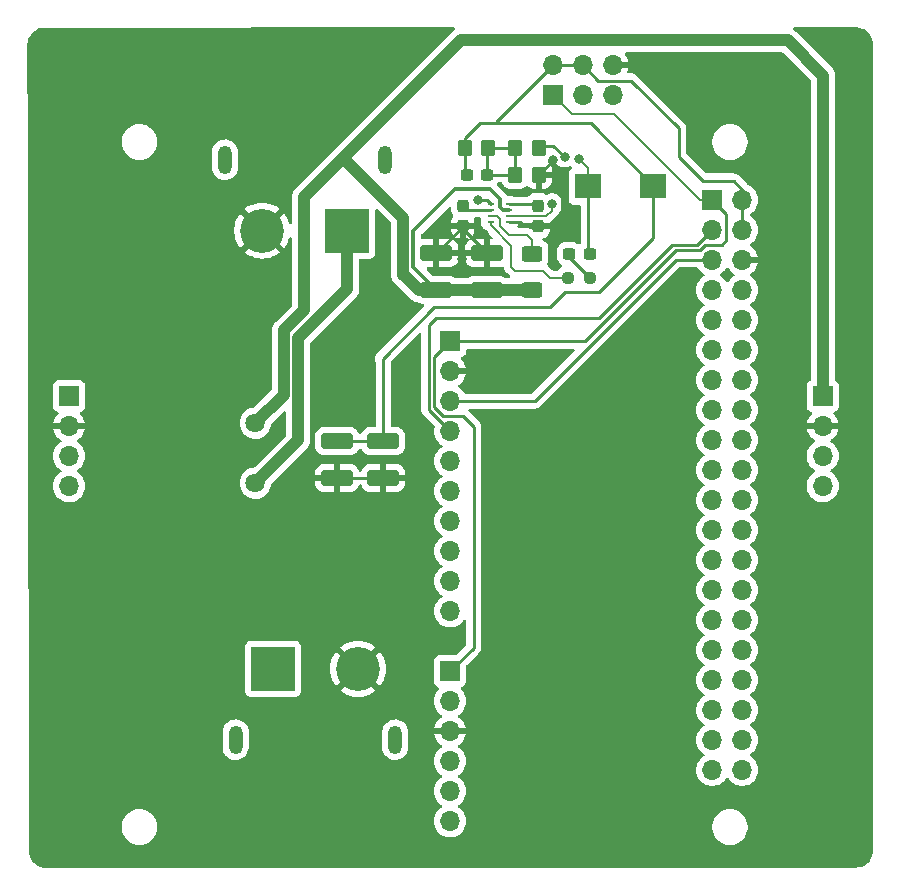
<source format=gbr>
%TF.GenerationSoftware,KiCad,Pcbnew,7.0.2-0*%
%TF.CreationDate,2024-02-06T22:41:15-05:00*%
%TF.ProjectId,Pi_HAT_V4,50695f48-4154-45f5-9634-2e6b69636164,rev?*%
%TF.SameCoordinates,Original*%
%TF.FileFunction,Copper,L2,Bot*%
%TF.FilePolarity,Positive*%
%FSLAX46Y46*%
G04 Gerber Fmt 4.6, Leading zero omitted, Abs format (unit mm)*
G04 Created by KiCad (PCBNEW 7.0.2-0) date 2024-02-06 22:41:15*
%MOMM*%
%LPD*%
G01*
G04 APERTURE LIST*
G04 Aperture macros list*
%AMRoundRect*
0 Rectangle with rounded corners*
0 $1 Rounding radius*
0 $2 $3 $4 $5 $6 $7 $8 $9 X,Y pos of 4 corners*
0 Add a 4 corners polygon primitive as box body*
4,1,4,$2,$3,$4,$5,$6,$7,$8,$9,$2,$3,0*
0 Add four circle primitives for the rounded corners*
1,1,$1+$1,$2,$3*
1,1,$1+$1,$4,$5*
1,1,$1+$1,$6,$7*
1,1,$1+$1,$8,$9*
0 Add four rect primitives between the rounded corners*
20,1,$1+$1,$2,$3,$4,$5,0*
20,1,$1+$1,$4,$5,$6,$7,0*
20,1,$1+$1,$6,$7,$8,$9,0*
20,1,$1+$1,$8,$9,$2,$3,0*%
G04 Aperture macros list end*
%TA.AperFunction,ComponentPad*%
%ADD10R,1.700000X1.700000*%
%TD*%
%TA.AperFunction,ComponentPad*%
%ADD11O,1.700000X1.700000*%
%TD*%
%TA.AperFunction,ComponentPad*%
%ADD12R,3.716000X3.716000*%
%TD*%
%TA.AperFunction,ComponentPad*%
%ADD13C,3.716000*%
%TD*%
%TA.AperFunction,ComponentPad*%
%ADD14O,1.200000X2.400000*%
%TD*%
%TA.AperFunction,ComponentPad*%
%ADD15C,1.635000*%
%TD*%
%TA.AperFunction,SMDPad,CuDef*%
%ADD16RoundRect,0.250000X-1.100000X0.412500X-1.100000X-0.412500X1.100000X-0.412500X1.100000X0.412500X0*%
%TD*%
%TA.AperFunction,SMDPad,CuDef*%
%ADD17RoundRect,0.237500X-0.300000X-0.237500X0.300000X-0.237500X0.300000X0.237500X-0.300000X0.237500X0*%
%TD*%
%TA.AperFunction,SMDPad,CuDef*%
%ADD18RoundRect,0.237500X-0.237500X0.300000X-0.237500X-0.300000X0.237500X-0.300000X0.237500X0.300000X0*%
%TD*%
%TA.AperFunction,SMDPad,CuDef*%
%ADD19RoundRect,0.250000X1.100000X-0.412500X1.100000X0.412500X-1.100000X0.412500X-1.100000X-0.412500X0*%
%TD*%
%TA.AperFunction,SMDPad,CuDef*%
%ADD20RoundRect,0.250000X0.625000X-0.400000X0.625000X0.400000X-0.625000X0.400000X-0.625000X-0.400000X0*%
%TD*%
%TA.AperFunction,SMDPad,CuDef*%
%ADD21RoundRect,0.237500X0.300000X0.237500X-0.300000X0.237500X-0.300000X-0.237500X0.300000X-0.237500X0*%
%TD*%
%TA.AperFunction,SMDPad,CuDef*%
%ADD22RoundRect,0.250000X0.350000X0.450000X-0.350000X0.450000X-0.350000X-0.450000X0.350000X-0.450000X0*%
%TD*%
%TA.AperFunction,SMDPad,CuDef*%
%ADD23R,2.260600X2.108200*%
%TD*%
%TA.AperFunction,SMDPad,CuDef*%
%ADD24RoundRect,0.250000X-0.350000X-0.450000X0.350000X-0.450000X0.350000X0.450000X-0.350000X0.450000X0*%
%TD*%
%TA.AperFunction,SMDPad,CuDef*%
%ADD25R,0.609600X0.279400*%
%TD*%
%TA.AperFunction,SMDPad,CuDef*%
%ADD26RoundRect,0.237500X-0.250000X-0.237500X0.250000X-0.237500X0.250000X0.237500X-0.250000X0.237500X0*%
%TD*%
%TA.AperFunction,ViaPad*%
%ADD27C,0.800000*%
%TD*%
%TA.AperFunction,Conductor*%
%ADD28C,0.300000*%
%TD*%
%TA.AperFunction,Conductor*%
%ADD29C,1.000000*%
%TD*%
%TA.AperFunction,Conductor*%
%ADD30C,0.250000*%
%TD*%
%TA.AperFunction,Conductor*%
%ADD31C,0.200000*%
%TD*%
G04 APERTURE END LIST*
D10*
%TO.P,J3,1,Pin_1*%
%TO.N,/3.3V*%
X137475000Y-70525000D03*
D11*
%TO.P,J3,2,Pin_2*%
%TO.N,/5V*%
X137475000Y-67985000D03*
%TO.P,J3,3,Pin_3*%
%TO.N,/SDA*%
X140015000Y-70525000D03*
%TO.P,J3,4,Pin_4*%
%TO.N,/5V*%
X140015000Y-67985000D03*
%TO.P,J3,5,Pin_5*%
%TO.N,/SCL*%
X142555000Y-70525000D03*
%TO.P,J3,6,Pin_6*%
%TO.N,GND*%
X142555000Y-67985000D03*
%TD*%
D10*
%TO.P,J1,1,Pin_1*%
%TO.N,/3.3V*%
X128815000Y-91354200D03*
D11*
%TO.P,J1,2,Pin_2*%
%TO.N,GND*%
X128815000Y-93894200D03*
%TO.P,J1,3,Pin_3*%
%TO.N,/SCL*%
X128815000Y-96434200D03*
%TO.P,J1,4,Pin_4*%
%TO.N,/SDA*%
X128815000Y-98974200D03*
%TO.P,J1,5,Pin_5*%
%TO.N,unconnected-(J1-Pin_5-Pad5)*%
X128815000Y-101514200D03*
%TO.P,J1,6,Pin_6*%
%TO.N,unconnected-(J1-Pin_6-Pad6)*%
X128815000Y-104054200D03*
%TO.P,J1,7,Pin_7*%
%TO.N,unconnected-(J1-Pin_7-Pad7)*%
X128815000Y-106594200D03*
%TO.P,J1,8,Pin_8*%
%TO.N,unconnected-(J1-Pin_8-Pad8)*%
X128815000Y-109134200D03*
%TO.P,J1,9,Pin_9*%
%TO.N,unconnected-(J1-Pin_9-Pad9)*%
X128815000Y-111674200D03*
%TO.P,J1,10,Pin_10*%
%TO.N,unconnected-(J1-Pin_10-Pad10)*%
X128815000Y-114214200D03*
%TD*%
D10*
%TO.P,J2,1,Pin_1*%
%TO.N,/3.3V*%
X151000000Y-79400000D03*
D11*
%TO.P,J2,2,Pin_2*%
%TO.N,/5V*%
X153540000Y-79400000D03*
%TO.P,J2,3,Pin_3*%
%TO.N,/SDA*%
X151000000Y-81940000D03*
%TO.P,J2,4,Pin_4*%
%TO.N,/5V*%
X153540000Y-81940000D03*
%TO.P,J2,5,Pin_5*%
%TO.N,/SCL*%
X151000000Y-84480000D03*
%TO.P,J2,6,Pin_6*%
%TO.N,GND*%
X153540000Y-84480000D03*
%TO.P,J2,7,Pin_7*%
%TO.N,unconnected-(J2-Pin_7-Pad7)*%
X151000000Y-87020000D03*
%TO.P,J2,8,Pin_8*%
%TO.N,unconnected-(J2-Pin_8-Pad8)*%
X153540000Y-87020000D03*
%TO.P,J2,9,Pin_9*%
%TO.N,unconnected-(J2-Pin_9-Pad9)*%
X151000000Y-89560000D03*
%TO.P,J2,10,Pin_10*%
%TO.N,unconnected-(J2-Pin_10-Pad10)*%
X153540000Y-89560000D03*
%TO.P,J2,11,Pin_11*%
%TO.N,unconnected-(J2-Pin_11-Pad11)*%
X151000000Y-92100000D03*
%TO.P,J2,12,Pin_12*%
%TO.N,unconnected-(J2-Pin_12-Pad12)*%
X153540000Y-92100000D03*
%TO.P,J2,13,Pin_13*%
%TO.N,unconnected-(J2-Pin_13-Pad13)*%
X151000000Y-94640000D03*
%TO.P,J2,14,Pin_14*%
%TO.N,unconnected-(J2-Pin_14-Pad14)*%
X153540000Y-94640000D03*
%TO.P,J2,15,Pin_15*%
%TO.N,unconnected-(J2-Pin_15-Pad15)*%
X151000000Y-97180000D03*
%TO.P,J2,16,Pin_16*%
%TO.N,unconnected-(J2-Pin_16-Pad16)*%
X153540000Y-97180000D03*
%TO.P,J2,17,Pin_17*%
%TO.N,unconnected-(J2-Pin_17-Pad17)*%
X151000000Y-99720000D03*
%TO.P,J2,18,Pin_18*%
%TO.N,unconnected-(J2-Pin_18-Pad18)*%
X153540000Y-99720000D03*
%TO.P,J2,19,Pin_19*%
%TO.N,/MOSI*%
X151000000Y-102260000D03*
%TO.P,J2,20,Pin_20*%
%TO.N,unconnected-(J2-Pin_20-Pad20)*%
X153540000Y-102260000D03*
%TO.P,J2,21,Pin_21*%
%TO.N,/MISO*%
X151000000Y-104800000D03*
%TO.P,J2,22,Pin_22*%
%TO.N,unconnected-(J2-Pin_22-Pad22)*%
X153540000Y-104800000D03*
%TO.P,J2,23,Pin_23*%
%TO.N,/SCLK*%
X151000000Y-107340000D03*
%TO.P,J2,24,Pin_24*%
%TO.N,/CS*%
X153540000Y-107340000D03*
%TO.P,J2,25,Pin_25*%
%TO.N,unconnected-(J2-Pin_25-Pad25)*%
X151000000Y-109880000D03*
%TO.P,J2,26,Pin_26*%
%TO.N,unconnected-(J2-Pin_26-Pad26)*%
X153540000Y-109880000D03*
%TO.P,J2,27,Pin_27*%
%TO.N,unconnected-(J2-Pin_27-Pad27)*%
X151000000Y-112420000D03*
%TO.P,J2,28,Pin_28*%
%TO.N,unconnected-(J2-Pin_28-Pad28)*%
X153540000Y-112420000D03*
%TO.P,J2,29,Pin_29*%
%TO.N,unconnected-(J2-Pin_29-Pad29)*%
X151000000Y-114960000D03*
%TO.P,J2,30,Pin_30*%
%TO.N,unconnected-(J2-Pin_30-Pad30)*%
X153540000Y-114960000D03*
%TO.P,J2,31,Pin_31*%
%TO.N,unconnected-(J2-Pin_31-Pad31)*%
X151000000Y-117500000D03*
%TO.P,J2,32,Pin_32*%
%TO.N,unconnected-(J2-Pin_32-Pad32)*%
X153540000Y-117500000D03*
%TO.P,J2,33,Pin_33*%
%TO.N,unconnected-(J2-Pin_33-Pad33)*%
X151000000Y-120040000D03*
%TO.P,J2,34,Pin_34*%
%TO.N,unconnected-(J2-Pin_34-Pad34)*%
X153540000Y-120040000D03*
%TO.P,J2,35,Pin_35*%
%TO.N,unconnected-(J2-Pin_35-Pad35)*%
X151000000Y-122580000D03*
%TO.P,J2,36,Pin_36*%
%TO.N,unconnected-(J2-Pin_36-Pad36)*%
X153540000Y-122580000D03*
%TO.P,J2,37,Pin_37*%
%TO.N,unconnected-(J2-Pin_37-Pad37)*%
X151000000Y-125120000D03*
%TO.P,J2,38,Pin_38*%
%TO.N,unconnected-(J2-Pin_38-Pad38)*%
X153540000Y-125120000D03*
%TO.P,J2,39,Pin_39*%
%TO.N,unconnected-(J2-Pin_39-Pad39)*%
X151000000Y-127660000D03*
%TO.P,J2,40,Pin_40*%
%TO.N,unconnected-(J2-Pin_40-Pad40)*%
X153540000Y-127660000D03*
%TD*%
D10*
%TO.P,J4,1,Pin_1*%
%TO.N,/12V*%
X96550000Y-96000000D03*
D11*
%TO.P,J4,2,Pin_2*%
%TO.N,GND*%
X96550000Y-98540000D03*
%TO.P,J4,3,Pin_3*%
%TO.N,/SCL*%
X96550000Y-101080000D03*
%TO.P,J4,4,Pin_4*%
%TO.N,/SDA*%
X96550000Y-103620000D03*
%TD*%
D12*
%TO.P,J5,1,+*%
%TO.N,/Buck Converter/12Vin*%
X120100000Y-82000000D03*
D13*
%TO.P,J5,2,-*%
%TO.N,GND*%
X112900000Y-82000000D03*
D14*
%TO.P,J5,S1*%
%TO.N,N/C*%
X123250000Y-76000000D03*
%TO.P,J5,S2*%
X109750000Y-76000000D03*
%TD*%
D12*
%TO.P,J8,1,+*%
%TO.N,/Buck Converter/12Vin*%
X113800000Y-119100000D03*
D13*
%TO.P,J8,2,-*%
%TO.N,GND*%
X121000000Y-119100000D03*
D14*
%TO.P,J8,S1*%
%TO.N,N/C*%
X110650000Y-125100000D03*
%TO.P,J8,S2*%
X124150000Y-125100000D03*
%TD*%
D10*
%TO.P,J6,1,Pin_1*%
%TO.N,/12V*%
X160350000Y-96000000D03*
D11*
%TO.P,J6,2,Pin_2*%
%TO.N,GND*%
X160350000Y-98540000D03*
%TO.P,J6,3,Pin_3*%
%TO.N,/SCL*%
X160350000Y-101080000D03*
%TO.P,J6,4,Pin_4*%
%TO.N,/SDA*%
X160350000Y-103620000D03*
%TD*%
D15*
%TO.P,S1,1,1*%
%TO.N,/Buck Converter/12Vin*%
X112318800Y-103378000D03*
%TO.P,S1,3,3*%
%TO.N,/12V*%
X112318800Y-98298000D03*
%TD*%
D10*
%TO.P,J7,1,Pin_1*%
%TO.N,/3.3V*%
X128800000Y-119300000D03*
D11*
%TO.P,J7,2,Pin_2*%
%TO.N,unconnected-(J7-Pin_2-Pad2)*%
X128800000Y-121840000D03*
%TO.P,J7,3,Pin_3*%
%TO.N,GND*%
X128800000Y-124380000D03*
%TO.P,J7,4,Pin_4*%
%TO.N,/SCL*%
X128800000Y-126920000D03*
%TO.P,J7,5,Pin_5*%
%TO.N,/SDA*%
X128800000Y-129460000D03*
%TO.P,J7,6,Pin_6*%
%TO.N,unconnected-(J7-Pin_6-Pad6)*%
X128800000Y-132000000D03*
%TD*%
D16*
%TO.P,C7,1*%
%TO.N,/5V*%
X123139200Y-99822000D03*
%TO.P,C7,2*%
%TO.N,GND*%
X123139200Y-102947000D03*
%TD*%
D17*
%TO.P,C9,1*%
%TO.N,/5V*%
X130212500Y-77275000D03*
%TO.P,C9,2*%
%TO.N,Net-(C9-Pad2)*%
X131937500Y-77275000D03*
%TD*%
D18*
%TO.P,C3,1*%
%TO.N,Net-(U1-PG)*%
X136250000Y-79887500D03*
%TO.P,C3,2*%
%TO.N,GND*%
X136250000Y-81612500D03*
%TD*%
D16*
%TO.P,C6,1*%
%TO.N,/5V*%
X119239200Y-99822000D03*
%TO.P,C6,2*%
%TO.N,GND*%
X119239200Y-102947000D03*
%TD*%
D19*
%TO.P,C1,1*%
%TO.N,/12V*%
X131900000Y-87037500D03*
%TO.P,C1,2*%
%TO.N,GND*%
X131900000Y-83912500D03*
%TD*%
%TO.P,C2,1*%
%TO.N,/12V*%
X127650000Y-87037500D03*
%TO.P,C2,2*%
%TO.N,GND*%
X127650000Y-83912500D03*
%TD*%
D20*
%TO.P,R2,1*%
%TO.N,/12V*%
X135750000Y-87050000D03*
%TO.P,R2,2*%
%TO.N,Net-(U1-EN{slash}SYNC)*%
X135750000Y-83950000D03*
%TD*%
D21*
%TO.P,C4,1*%
%TO.N,Net-(U1-SW)*%
X140612500Y-83975000D03*
%TO.P,C4,2*%
%TO.N,Net-(C4-Pad2)*%
X138887500Y-83975000D03*
%TD*%
D22*
%TO.P,R5,1*%
%TO.N,GND*%
X136300000Y-77275000D03*
%TO.P,R5,2*%
%TO.N,Net-(C9-Pad2)*%
X134300000Y-77275000D03*
%TD*%
D23*
%TO.P,L1,1,1*%
%TO.N,Net-(U1-SW)*%
X140481400Y-78250000D03*
%TO.P,L1,2,2*%
%TO.N,/5V*%
X146018600Y-78250000D03*
%TD*%
D24*
%TO.P,R14,1*%
%TO.N,/5V*%
X130050000Y-75000000D03*
%TO.P,R14,2*%
%TO.N,Net-(C9-Pad2)*%
X132050000Y-75000000D03*
%TD*%
D25*
%TO.P,U1,1,PG*%
%TO.N,Net-(U1-PG)*%
X133749300Y-79749999D03*
%TO.P,U1,2,IN*%
%TO.N,/12V*%
X133749300Y-80250000D03*
%TO.P,U1,3,SW*%
%TO.N,Net-(U1-SW)*%
X133749300Y-80750000D03*
%TO.P,U1,4,GND*%
%TO.N,GND*%
X133749300Y-81250001D03*
%TO.P,U1,5,BST*%
%TO.N,Net-(U1-BST)*%
X132250700Y-81250001D03*
%TO.P,U1,6,EN/SYNC*%
%TO.N,Net-(U1-EN{slash}SYNC)*%
X132250700Y-80750000D03*
%TO.P,U1,7,SS*%
%TO.N,Net-(U1-SS)*%
X132250700Y-80250000D03*
%TO.P,U1,8,FB*%
%TO.N,Net-(U1-FB)*%
X132250700Y-79749999D03*
%TD*%
D18*
%TO.P,C8,1*%
%TO.N,Net-(U1-SS)*%
X129875000Y-79887500D03*
%TO.P,C8,2*%
%TO.N,GND*%
X129875000Y-81612500D03*
%TD*%
D26*
%TO.P,R4,1*%
%TO.N,Net-(U1-BST)*%
X138812500Y-86000000D03*
%TO.P,R4,2*%
%TO.N,Net-(C4-Pad2)*%
X140637500Y-86000000D03*
%TD*%
D22*
%TO.P,R3,1*%
%TO.N,Net-(U1-FB)*%
X136325000Y-75000000D03*
%TO.P,R3,2*%
%TO.N,Net-(C9-Pad2)*%
X134325000Y-75000000D03*
%TD*%
D27*
%TO.N,Net-(U1-SW)*%
X139700000Y-75900000D03*
X137450000Y-79750000D03*
%TO.N,GND*%
X138300000Y-82000000D03*
X137545995Y-76048127D03*
X129800000Y-84400000D03*
X131700000Y-82300000D03*
X152196800Y-85801200D03*
X145186400Y-67868800D03*
%TO.N,Net-(U1-FB)*%
X131150000Y-79450000D03*
X138500000Y-75750000D03*
%TD*%
D28*
%TO.N,/12V*%
X133000000Y-80000000D02*
X133000000Y-79300000D01*
D29*
X127650000Y-87037500D02*
X127616300Y-87071200D01*
X116433600Y-79166400D02*
X119745600Y-75854400D01*
D28*
X129250000Y-78500000D02*
X125700000Y-82050000D01*
X133749300Y-80250000D02*
X133250000Y-80250000D01*
D29*
X126187200Y-87071200D02*
X124866400Y-85750400D01*
X157391726Y-65900000D02*
X160400000Y-68908274D01*
D30*
X135737500Y-87037500D02*
X135750000Y-87050000D01*
D29*
X116433600Y-88747600D02*
X116433600Y-79166400D01*
X119745600Y-75854400D02*
X129700000Y-65900000D01*
X160350000Y-71300000D02*
X160350000Y-96000000D01*
D28*
X133250000Y-80250000D02*
X133000000Y-80000000D01*
X133000000Y-79300000D02*
X132200000Y-78500000D01*
D29*
X114725600Y-95891200D02*
X114725600Y-90455600D01*
X112318800Y-98298000D02*
X114725600Y-95891200D01*
X127616300Y-87071200D02*
X126187200Y-87071200D01*
D28*
X132200000Y-78500000D02*
X129250000Y-78500000D01*
D29*
X124866400Y-85750400D02*
X124815600Y-85750400D01*
X160400000Y-71250000D02*
X160350000Y-71300000D01*
X131900000Y-87037500D02*
X135737500Y-87037500D01*
X160400000Y-68908274D02*
X160400000Y-71250000D01*
X124815600Y-80924400D02*
X119745600Y-75854400D01*
X114725600Y-90455600D02*
X116433600Y-88747600D01*
X124815600Y-85750400D02*
X124815600Y-80924400D01*
D28*
X125700000Y-85087500D02*
X127650000Y-87037500D01*
X125700000Y-82050000D02*
X125700000Y-85087500D01*
D29*
X129700000Y-65900000D02*
X157391726Y-65900000D01*
X127650000Y-87037500D02*
X131900000Y-87037500D01*
D30*
%TO.N,Net-(U1-PG)*%
X136250000Y-79887500D02*
X136112499Y-79749999D01*
X136112499Y-79749999D02*
X133749300Y-79749999D01*
D31*
%TO.N,Net-(U1-SW)*%
X139700000Y-75900000D02*
X140481400Y-76681400D01*
X137400000Y-80300000D02*
X137450000Y-80250000D01*
X133749300Y-80750000D02*
X136950000Y-80750000D01*
D30*
X140481400Y-78250000D02*
X140481400Y-83843900D01*
D31*
X140481400Y-76681400D02*
X140481400Y-78250000D01*
X137450000Y-80250000D02*
X137450000Y-79750000D01*
D30*
X140481400Y-83843900D02*
X140612500Y-83975000D01*
D31*
X136950000Y-80750000D02*
X137400000Y-80300000D01*
D30*
%TO.N,Net-(U1-SS)*%
X130237500Y-80250000D02*
X129875000Y-79887500D01*
X132250700Y-80250000D02*
X130237500Y-80250000D01*
%TO.N,/3.3V*%
X147950000Y-83650000D02*
X149950000Y-83650000D01*
X128177196Y-97700000D02*
X127450000Y-96972804D01*
X129900000Y-97700000D02*
X128177196Y-97700000D01*
D31*
X142702022Y-72150000D02*
X149952022Y-79400000D01*
D30*
X130800000Y-98600000D02*
X129900000Y-97700000D01*
X151800000Y-83200000D02*
X152200000Y-82800000D01*
X150400000Y-83200000D02*
X151800000Y-83200000D01*
X149950000Y-83650000D02*
X150400000Y-83200000D01*
X127450000Y-92719200D02*
X128815000Y-91354200D01*
X128815000Y-91354200D02*
X140245800Y-91354200D01*
X127450000Y-96972804D02*
X127450000Y-92719200D01*
X130800000Y-117300000D02*
X130800000Y-98600000D01*
D31*
X139100000Y-72150000D02*
X142702022Y-72150000D01*
D30*
X152200000Y-80600000D02*
X151000000Y-79400000D01*
X152200000Y-82800000D02*
X152200000Y-80600000D01*
X128800000Y-119300000D02*
X130800000Y-117300000D01*
D31*
X137475000Y-70525000D02*
X139100000Y-72150000D01*
X149952022Y-79400000D02*
X151000000Y-79400000D01*
D30*
X140245800Y-91354200D02*
X147950000Y-83650000D01*
%TO.N,GND*%
X129800000Y-84400000D02*
X129800000Y-81687500D01*
X138300000Y-82000000D02*
X137912500Y-81612500D01*
X138300000Y-78000000D02*
X137575000Y-77275000D01*
X137545995Y-76048127D02*
X137526873Y-76048127D01*
X134750001Y-81250001D02*
X133749300Y-81250001D01*
X135112500Y-81612500D02*
X134750001Y-81250001D01*
X137912500Y-81612500D02*
X137387500Y-81612500D01*
X129875000Y-81612500D02*
X129875000Y-81887500D01*
X136250000Y-81612500D02*
X135112500Y-81612500D01*
X131900000Y-83912500D02*
X131900000Y-82500000D01*
X119239200Y-102947000D02*
X123139200Y-102947000D01*
X137575000Y-77275000D02*
X136300000Y-77275000D01*
X129875000Y-81887500D02*
X131900000Y-83912500D01*
X129875000Y-81687500D02*
X127650000Y-83912500D01*
X138300000Y-80700000D02*
X138300000Y-78000000D01*
X129875000Y-81612500D02*
X129875000Y-81687500D01*
X131900000Y-82500000D02*
X131700000Y-82300000D01*
X129800000Y-81687500D02*
X129875000Y-81612500D01*
X136250000Y-81612500D02*
X137387500Y-81612500D01*
X137526873Y-76048127D02*
X136300000Y-77275000D01*
X137387500Y-81612500D02*
X138300000Y-80700000D01*
%TO.N,/5V*%
X141452600Y-87198200D02*
X146018600Y-82632200D01*
X140700000Y-72900000D02*
X132689600Y-72900000D01*
X148150000Y-73350000D02*
X148150000Y-75750000D01*
X153540000Y-78540000D02*
X153540000Y-79400000D01*
X123139200Y-92887800D02*
X123088400Y-92837000D01*
X140015000Y-67985000D02*
X141330000Y-69300000D01*
X141330000Y-69300000D02*
X144100000Y-69300000D01*
X131300000Y-72900000D02*
X130050000Y-74150000D01*
X130050000Y-75000000D02*
X130050000Y-77112500D01*
X132689600Y-72900000D02*
X131300000Y-72900000D01*
X137236200Y-88468200D02*
X138506200Y-87198200D01*
X150200000Y-77800000D02*
X152800000Y-77800000D01*
X144100000Y-69300000D02*
X148150000Y-73350000D01*
X119239200Y-99822000D02*
X123139200Y-99822000D01*
X123139200Y-99822000D02*
X123139200Y-92887800D01*
X153540000Y-79400000D02*
X153540000Y-81940000D01*
X130050000Y-77112500D02*
X130212500Y-77275000D01*
X132689600Y-72770400D02*
X137475000Y-67985000D01*
X123088400Y-92837000D02*
X127457200Y-88468200D01*
X130050000Y-74150000D02*
X130050000Y-75000000D01*
X127457200Y-88468200D02*
X137236200Y-88468200D01*
X148150000Y-75750000D02*
X150200000Y-77800000D01*
X132689600Y-72900000D02*
X132689600Y-72770400D01*
X146018600Y-82632200D02*
X146018600Y-78250000D01*
X137475000Y-67985000D02*
X140015000Y-67985000D01*
X152800000Y-77800000D02*
X153540000Y-78540000D01*
X146018600Y-78218600D02*
X140700000Y-72900000D01*
X146018600Y-78250000D02*
X146018600Y-78218600D01*
X138506200Y-87198200D02*
X141452600Y-87198200D01*
%TO.N,/SCL*%
X147920000Y-84480000D02*
X151000000Y-84480000D01*
X128815000Y-96434200D02*
X135965800Y-96434200D01*
X135965800Y-96434200D02*
X147920000Y-84480000D01*
%TO.N,/SDA*%
X128815000Y-98974200D02*
X127000000Y-97159200D01*
X127600000Y-89400000D02*
X141400000Y-89400000D01*
X141400000Y-89400000D02*
X147600000Y-83200000D01*
X127000000Y-97159200D02*
X127000000Y-90000000D01*
X149740000Y-83200000D02*
X151000000Y-81940000D01*
X147600000Y-83200000D02*
X149740000Y-83200000D01*
X127000000Y-90000000D02*
X127600000Y-89400000D01*
%TO.N,Net-(C4-Pad2)*%
X138887500Y-83975000D02*
X138887500Y-84250000D01*
X138887500Y-84250000D02*
X140637500Y-86000000D01*
%TO.N,Net-(C9-Pad2)*%
X132050000Y-75000000D02*
X134325000Y-75000000D01*
X134325000Y-77250000D02*
X134300000Y-77275000D01*
X134325000Y-75000000D02*
X134325000Y-77250000D01*
X131937500Y-77275000D02*
X131937500Y-75112500D01*
X134300000Y-77275000D02*
X131937500Y-77275000D01*
X131937500Y-75112500D02*
X132050000Y-75000000D01*
D31*
%TO.N,Net-(U1-EN{slash}SYNC)*%
X133050000Y-81650000D02*
X133800000Y-82400000D01*
X132794221Y-80750000D02*
X133050000Y-81005779D01*
X132250700Y-80750000D02*
X132794221Y-80750000D01*
X133050000Y-81005779D02*
X133050000Y-81650000D01*
X135750000Y-82800000D02*
X135750000Y-83950000D01*
X133800000Y-82400000D02*
X135350000Y-82400000D01*
X135350000Y-82400000D02*
X135750000Y-82800000D01*
D30*
%TO.N,Net-(U1-FB)*%
X131950701Y-79450000D02*
X132250700Y-79749999D01*
X136525000Y-74800000D02*
X136325000Y-75000000D01*
X137550000Y-74800000D02*
X136525000Y-74800000D01*
X131150000Y-79450000D02*
X131950701Y-79450000D01*
X138500000Y-75750000D02*
X137550000Y-74800000D01*
D31*
%TO.N,Net-(U1-BST)*%
X134300000Y-85400000D02*
X134000000Y-85100000D01*
X134000000Y-83300000D02*
X132250700Y-81550700D01*
X138812500Y-86000000D02*
X137250000Y-86000000D01*
X137250000Y-86000000D02*
X136650000Y-85400000D01*
X134000000Y-85100000D02*
X134000000Y-83300000D01*
X132250700Y-81550700D02*
X132250700Y-81250001D01*
X136650000Y-85400000D02*
X134300000Y-85400000D01*
D29*
%TO.N,/Buck Converter/12Vin*%
X115925600Y-99771200D02*
X115925600Y-91135200D01*
X120100000Y-86960800D02*
X120100000Y-82000000D01*
X115925600Y-91135200D02*
X120100000Y-86960800D01*
X112318800Y-103378000D02*
X115925600Y-99771200D01*
%TD*%
%TA.AperFunction,Conductor*%
%TO.N,GND*%
G36*
X163154937Y-64788388D02*
G01*
X163366877Y-64805068D01*
X163386393Y-64808160D01*
X163406550Y-64813000D01*
X163588279Y-64856630D01*
X163607081Y-64862738D01*
X163716405Y-64908022D01*
X163798895Y-64942190D01*
X163816512Y-64951166D01*
X163993540Y-65059649D01*
X164009536Y-65071271D01*
X164167410Y-65206109D01*
X164181390Y-65220089D01*
X164316228Y-65377963D01*
X164327850Y-65393959D01*
X164436333Y-65570987D01*
X164445309Y-65588604D01*
X164524760Y-65780417D01*
X164530869Y-65799220D01*
X164579338Y-66001104D01*
X164582432Y-66020633D01*
X164599112Y-66232570D01*
X164599500Y-66242456D01*
X164599500Y-66274306D01*
X164599507Y-66274350D01*
X164613838Y-134484378D01*
X164613449Y-134494293D01*
X164596767Y-134706200D01*
X164593674Y-134725727D01*
X164545201Y-134927615D01*
X164539091Y-134946418D01*
X164459639Y-135138226D01*
X164450663Y-135155843D01*
X164342177Y-135332872D01*
X164330556Y-135348866D01*
X164195720Y-135506739D01*
X164181739Y-135520720D01*
X164023866Y-135655556D01*
X164007872Y-135667177D01*
X163830843Y-135775663D01*
X163813226Y-135784639D01*
X163621418Y-135864091D01*
X163602615Y-135870201D01*
X163400727Y-135918674D01*
X163381200Y-135921767D01*
X163206212Y-135935542D01*
X163169271Y-135938451D01*
X163159385Y-135938840D01*
X163129310Y-135938840D01*
X163129276Y-135938844D01*
X94604971Y-135949499D01*
X94595065Y-135949111D01*
X94383133Y-135932432D01*
X94363604Y-135929338D01*
X94161720Y-135880869D01*
X94142917Y-135874760D01*
X93951104Y-135795309D01*
X93933487Y-135786333D01*
X93756459Y-135677850D01*
X93740463Y-135666228D01*
X93582589Y-135531390D01*
X93568609Y-135517410D01*
X93433771Y-135359536D01*
X93422149Y-135343540D01*
X93313666Y-135166512D01*
X93304690Y-135148895D01*
X93256504Y-135032564D01*
X93225238Y-134957081D01*
X93219130Y-134938279D01*
X93170661Y-134736395D01*
X93167568Y-134716875D01*
X93150888Y-134504928D01*
X93150500Y-134495043D01*
X93150500Y-134464197D01*
X93150425Y-134463732D01*
X93146669Y-132624335D01*
X100999500Y-132624335D01*
X101040429Y-132869614D01*
X101040430Y-132869616D01*
X101121170Y-133104806D01*
X101121171Y-133104809D01*
X101121172Y-133104810D01*
X101238408Y-133321444D01*
X101239527Y-133323510D01*
X101392262Y-133519744D01*
X101575217Y-133688166D01*
X101783389Y-133824171D01*
X101783391Y-133824172D01*
X101783393Y-133824173D01*
X102011119Y-133924063D01*
X102252179Y-133985108D01*
X102437933Y-134000500D01*
X102440547Y-134000500D01*
X102559453Y-134000500D01*
X102562067Y-134000500D01*
X102747821Y-133985108D01*
X102988881Y-133924063D01*
X103216607Y-133824173D01*
X103424785Y-133688164D01*
X103607738Y-133519744D01*
X103760474Y-133323509D01*
X103878828Y-133104810D01*
X103959571Y-132869614D01*
X104000500Y-132624335D01*
X104000500Y-132375665D01*
X103959571Y-132130386D01*
X103878828Y-131895190D01*
X103760474Y-131676491D01*
X103607738Y-131480256D01*
X103424785Y-131311836D01*
X103424782Y-131311833D01*
X103216610Y-131175828D01*
X102988876Y-131075935D01*
X102747826Y-131014893D01*
X102747824Y-131014892D01*
X102747821Y-131014892D01*
X102623361Y-131004578D01*
X102564665Y-130999715D01*
X102564658Y-130999714D01*
X102562067Y-130999500D01*
X102437933Y-130999500D01*
X102435342Y-130999714D01*
X102435334Y-130999715D01*
X102359028Y-131006038D01*
X102252179Y-131014892D01*
X102252176Y-131014892D01*
X102252173Y-131014893D01*
X102011123Y-131075935D01*
X101783389Y-131175828D01*
X101575217Y-131311833D01*
X101392262Y-131480255D01*
X101239527Y-131676489D01*
X101121170Y-131895193D01*
X101040430Y-132130383D01*
X101040429Y-132130386D01*
X100999500Y-132375665D01*
X100999500Y-132624335D01*
X93146669Y-132624335D01*
X93132638Y-125752803D01*
X109541500Y-125752803D01*
X109543984Y-125778813D01*
X109556581Y-125910742D01*
X109616222Y-126113861D01*
X109713230Y-126302028D01*
X109765380Y-126368342D01*
X109844092Y-126468432D01*
X110004082Y-126607065D01*
X110187418Y-126712913D01*
X110387473Y-126782153D01*
X110492244Y-126797217D01*
X110597014Y-126812281D01*
X110597015Y-126812280D01*
X110597016Y-126812281D01*
X110808474Y-126802208D01*
X111014204Y-126752298D01*
X111206771Y-126664356D01*
X111206771Y-126664355D01*
X111206775Y-126664354D01*
X111379211Y-126541563D01*
X111418065Y-126500814D01*
X111525303Y-126388346D01*
X111639756Y-126210254D01*
X111718436Y-126013721D01*
X111758500Y-125805849D01*
X111758500Y-125752803D01*
X123041500Y-125752803D01*
X123043984Y-125778813D01*
X123056581Y-125910742D01*
X123116222Y-126113861D01*
X123213230Y-126302028D01*
X123265380Y-126368342D01*
X123344092Y-126468432D01*
X123504082Y-126607065D01*
X123687418Y-126712913D01*
X123887473Y-126782153D01*
X123992244Y-126797217D01*
X124097014Y-126812281D01*
X124097015Y-126812280D01*
X124097016Y-126812281D01*
X124308474Y-126802208D01*
X124514204Y-126752298D01*
X124706771Y-126664356D01*
X124706771Y-126664355D01*
X124706775Y-126664354D01*
X124879211Y-126541563D01*
X124918065Y-126500814D01*
X125025303Y-126388346D01*
X125139756Y-126210254D01*
X125218436Y-126013721D01*
X125258500Y-125805849D01*
X125258500Y-124447197D01*
X125243419Y-124289261D01*
X125195481Y-124126000D01*
X125183777Y-124086138D01*
X125164735Y-124049202D01*
X125086771Y-123897974D01*
X124955908Y-123731568D01*
X124795918Y-123592935D01*
X124778547Y-123582906D01*
X124612581Y-123487086D01*
X124412524Y-123417846D01*
X124202985Y-123387718D01*
X123991527Y-123397791D01*
X123785797Y-123447701D01*
X123593224Y-123535645D01*
X123420788Y-123658436D01*
X123274696Y-123811655D01*
X123160241Y-123989749D01*
X123081564Y-124186275D01*
X123041500Y-124394150D01*
X123041500Y-124394151D01*
X123041500Y-125752803D01*
X111758500Y-125752803D01*
X111758500Y-124447197D01*
X111743419Y-124289261D01*
X111695481Y-124126000D01*
X111683777Y-124086138D01*
X111664735Y-124049202D01*
X111586771Y-123897974D01*
X111455908Y-123731568D01*
X111295918Y-123592935D01*
X111278547Y-123582906D01*
X111112581Y-123487086D01*
X110912524Y-123417846D01*
X110702985Y-123387718D01*
X110491527Y-123397791D01*
X110285797Y-123447701D01*
X110093224Y-123535645D01*
X109920788Y-123658436D01*
X109774696Y-123811655D01*
X109660241Y-123989749D01*
X109581564Y-124186275D01*
X109541500Y-124394150D01*
X109541500Y-124394151D01*
X109541500Y-125752803D01*
X93132638Y-125752803D01*
X93122940Y-121003287D01*
X111433499Y-121003287D01*
X111433500Y-121006638D01*
X111433860Y-121009986D01*
X111440011Y-121067200D01*
X111491111Y-121204205D01*
X111578738Y-121321261D01*
X111695794Y-121408888D01*
X111695795Y-121408888D01*
X111695796Y-121408889D01*
X111832799Y-121459989D01*
X111893362Y-121466500D01*
X111896731Y-121466500D01*
X115703269Y-121466500D01*
X115706638Y-121466500D01*
X115767201Y-121459989D01*
X115904204Y-121408889D01*
X116021261Y-121321261D01*
X116108889Y-121204204D01*
X116159989Y-121067201D01*
X116166500Y-121006638D01*
X116166500Y-119104119D01*
X118629193Y-119104119D01*
X118648938Y-119405373D01*
X118650012Y-119413531D01*
X118708910Y-119709635D01*
X118711041Y-119717586D01*
X118808084Y-120003465D01*
X118811233Y-120011070D01*
X118944760Y-120281835D01*
X118948881Y-120288972D01*
X119116605Y-120539988D01*
X119121616Y-120546520D01*
X119155561Y-120585226D01*
X119155563Y-120585226D01*
X119882743Y-119858045D01*
X119961890Y-119971078D01*
X120128922Y-120138110D01*
X120241952Y-120217255D01*
X119514772Y-120944435D01*
X119514772Y-120944437D01*
X119553474Y-120978378D01*
X119560011Y-120983395D01*
X119811027Y-121151118D01*
X119818164Y-121155239D01*
X120088929Y-121288766D01*
X120096534Y-121291915D01*
X120382413Y-121388958D01*
X120390364Y-121391089D01*
X120686468Y-121449987D01*
X120694626Y-121451061D01*
X120995881Y-121470807D01*
X121004119Y-121470807D01*
X121305373Y-121451061D01*
X121313531Y-121449987D01*
X121609635Y-121391089D01*
X121617586Y-121388958D01*
X121903465Y-121291915D01*
X121911070Y-121288766D01*
X122181835Y-121155239D01*
X122188972Y-121151118D01*
X122439989Y-120983393D01*
X122446515Y-120978386D01*
X122485226Y-120944436D01*
X122485226Y-120944435D01*
X121758046Y-120217255D01*
X121871078Y-120138110D01*
X122038110Y-119971078D01*
X122117255Y-119858046D01*
X122844435Y-120585226D01*
X122844436Y-120585226D01*
X122878386Y-120546515D01*
X122883393Y-120539989D01*
X123051118Y-120288972D01*
X123055239Y-120281835D01*
X123188766Y-120011070D01*
X123191915Y-120003465D01*
X123288958Y-119717586D01*
X123291089Y-119709635D01*
X123349987Y-119413531D01*
X123351061Y-119405373D01*
X123370807Y-119104119D01*
X123370807Y-119095880D01*
X123351061Y-118794626D01*
X123349987Y-118786468D01*
X123291089Y-118490364D01*
X123288958Y-118482413D01*
X123191918Y-118196542D01*
X123188763Y-118188924D01*
X123055238Y-117918164D01*
X123051117Y-117911026D01*
X122883395Y-117660011D01*
X122878378Y-117653474D01*
X122844437Y-117614772D01*
X122844435Y-117614772D01*
X122117254Y-118341952D01*
X122038110Y-118228922D01*
X121871078Y-118061890D01*
X121758045Y-117982744D01*
X122485226Y-117255563D01*
X122485226Y-117255561D01*
X122446520Y-117221616D01*
X122439988Y-117216605D01*
X122188972Y-117048881D01*
X122181835Y-117044760D01*
X121911070Y-116911233D01*
X121903465Y-116908084D01*
X121617586Y-116811041D01*
X121609635Y-116808910D01*
X121313531Y-116750012D01*
X121305373Y-116748938D01*
X121004119Y-116729193D01*
X120995881Y-116729193D01*
X120694626Y-116748938D01*
X120686468Y-116750012D01*
X120390364Y-116808910D01*
X120382413Y-116811041D01*
X120096542Y-116908081D01*
X120088924Y-116911236D01*
X119818164Y-117044761D01*
X119811026Y-117048882D01*
X119560002Y-117216611D01*
X119553479Y-117221616D01*
X119514772Y-117255561D01*
X119514772Y-117255563D01*
X120241953Y-117982744D01*
X120128922Y-118061890D01*
X119961890Y-118228922D01*
X119882744Y-118341953D01*
X119155563Y-117614772D01*
X119155561Y-117614772D01*
X119121616Y-117653479D01*
X119116611Y-117660002D01*
X118948882Y-117911026D01*
X118944761Y-117918164D01*
X118811236Y-118188924D01*
X118808081Y-118196542D01*
X118711041Y-118482413D01*
X118708910Y-118490364D01*
X118650012Y-118786468D01*
X118648938Y-118794626D01*
X118629193Y-119095880D01*
X118629193Y-119104119D01*
X116166500Y-119104119D01*
X116166500Y-117193362D01*
X116159989Y-117132799D01*
X116108889Y-116995796D01*
X116108888Y-116995794D01*
X116021261Y-116878738D01*
X115904205Y-116791111D01*
X115794014Y-116750012D01*
X115767201Y-116740011D01*
X115706638Y-116733500D01*
X111893362Y-116733500D01*
X111890013Y-116733859D01*
X111890013Y-116733860D01*
X111832799Y-116740011D01*
X111695794Y-116791111D01*
X111578738Y-116878738D01*
X111491111Y-116995794D01*
X111440011Y-117132798D01*
X111440011Y-117132799D01*
X111433500Y-117193362D01*
X111433499Y-117196711D01*
X111433499Y-117196730D01*
X111433499Y-121003269D01*
X111433499Y-121003287D01*
X93122940Y-121003287D01*
X93087443Y-103620000D01*
X95186844Y-103620000D01*
X95205436Y-103844368D01*
X95205436Y-103844371D01*
X95205437Y-103844372D01*
X95260702Y-104062611D01*
X95351139Y-104268790D01*
X95474278Y-104457268D01*
X95626762Y-104622908D01*
X95804421Y-104761187D01*
X95804424Y-104761189D01*
X96002426Y-104868342D01*
X96215365Y-104941444D01*
X96437431Y-104978500D01*
X96437434Y-104978500D01*
X96662566Y-104978500D01*
X96662569Y-104978500D01*
X96884635Y-104941444D01*
X97097574Y-104868342D01*
X97295576Y-104761189D01*
X97473240Y-104622906D01*
X97625722Y-104457268D01*
X97748860Y-104268791D01*
X97839296Y-104062616D01*
X97894564Y-103844368D01*
X97913156Y-103620000D01*
X97894564Y-103395632D01*
X97839296Y-103177384D01*
X97748860Y-102971209D01*
X97625722Y-102782732D01*
X97473240Y-102617094D01*
X97473239Y-102617093D01*
X97473237Y-102617091D01*
X97295579Y-102478813D01*
X97295577Y-102478812D01*
X97295576Y-102478811D01*
X97262317Y-102460812D01*
X97211929Y-102410801D01*
X97196576Y-102341484D01*
X97221136Y-102274871D01*
X97262316Y-102239187D01*
X97295576Y-102221189D01*
X97473240Y-102082906D01*
X97625722Y-101917268D01*
X97748860Y-101728791D01*
X97839296Y-101522616D01*
X97894564Y-101304368D01*
X97913156Y-101080000D01*
X97894564Y-100855632D01*
X97839296Y-100637384D01*
X97748860Y-100431209D01*
X97625722Y-100242732D01*
X97473240Y-100077094D01*
X97473239Y-100077093D01*
X97473237Y-100077091D01*
X97334235Y-99968901D01*
X97295576Y-99938811D01*
X97261792Y-99920528D01*
X97211402Y-99870516D01*
X97196050Y-99801199D01*
X97220611Y-99734586D01*
X97261793Y-99698901D01*
X97295300Y-99680768D01*
X97472903Y-99542533D01*
X97625321Y-99376962D01*
X97748419Y-99188548D01*
X97838822Y-98982451D01*
X97886544Y-98794000D01*
X96981116Y-98794000D01*
X97009493Y-98749844D01*
X97050000Y-98611889D01*
X97050000Y-98468111D01*
X97009493Y-98330156D01*
X96981116Y-98286000D01*
X97886544Y-98286000D01*
X97886544Y-98285999D01*
X97838822Y-98097548D01*
X97748419Y-97891451D01*
X97625321Y-97703037D01*
X97482018Y-97547367D01*
X97450597Y-97483702D01*
X97458584Y-97413156D01*
X97503443Y-97358127D01*
X97530679Y-97343977D01*
X97646204Y-97300889D01*
X97763261Y-97213261D01*
X97850889Y-97096204D01*
X97901989Y-96959201D01*
X97908500Y-96898638D01*
X97908500Y-95101362D01*
X97901989Y-95040799D01*
X97850889Y-94903796D01*
X97845602Y-94896733D01*
X97763261Y-94786738D01*
X97646205Y-94699111D01*
X97526381Y-94654419D01*
X97509201Y-94648011D01*
X97448638Y-94641500D01*
X95651362Y-94641500D01*
X95648013Y-94641859D01*
X95648013Y-94641860D01*
X95590799Y-94648011D01*
X95453794Y-94699111D01*
X95336738Y-94786738D01*
X95249111Y-94903794D01*
X95200186Y-95034968D01*
X95198011Y-95040799D01*
X95191500Y-95101362D01*
X95191500Y-96898638D01*
X95198011Y-96959201D01*
X95208438Y-96987157D01*
X95249111Y-97096205D01*
X95336738Y-97213261D01*
X95453794Y-97300888D01*
X95453795Y-97300888D01*
X95453796Y-97300889D01*
X95569313Y-97343975D01*
X95626148Y-97386521D01*
X95650959Y-97453041D01*
X95635868Y-97522415D01*
X95617982Y-97547367D01*
X95474676Y-97703040D01*
X95351580Y-97891451D01*
X95261177Y-98097548D01*
X95213455Y-98285999D01*
X95213456Y-98286000D01*
X96118884Y-98286000D01*
X96090507Y-98330156D01*
X96050000Y-98468111D01*
X96050000Y-98611889D01*
X96090507Y-98749844D01*
X96118884Y-98794000D01*
X95213455Y-98794000D01*
X95261177Y-98982451D01*
X95351580Y-99188548D01*
X95474678Y-99376962D01*
X95627096Y-99542533D01*
X95804702Y-99680769D01*
X95838207Y-99698902D01*
X95888597Y-99748915D01*
X95903949Y-99818232D01*
X95879388Y-99884845D01*
X95838207Y-99920528D01*
X95804423Y-99938811D01*
X95626762Y-100077091D01*
X95474278Y-100242731D01*
X95351139Y-100431209D01*
X95260702Y-100637388D01*
X95211033Y-100833530D01*
X95205436Y-100855632D01*
X95186844Y-101080000D01*
X95205436Y-101304368D01*
X95205436Y-101304371D01*
X95205437Y-101304372D01*
X95260702Y-101522611D01*
X95351139Y-101728790D01*
X95409023Y-101817388D01*
X95474278Y-101917268D01*
X95606738Y-102061157D01*
X95626762Y-102082908D01*
X95804418Y-102221185D01*
X95804420Y-102221186D01*
X95804424Y-102221189D01*
X95837682Y-102239187D01*
X95888071Y-102289200D01*
X95903423Y-102358517D01*
X95878862Y-102425130D01*
X95837683Y-102460812D01*
X95812794Y-102474281D01*
X95804418Y-102478814D01*
X95626762Y-102617091D01*
X95474278Y-102782731D01*
X95351139Y-102971209D01*
X95260702Y-103177388D01*
X95219389Y-103340533D01*
X95205436Y-103395632D01*
X95186844Y-103620000D01*
X93087443Y-103620000D01*
X93032376Y-76652803D01*
X108641500Y-76652803D01*
X108644231Y-76681400D01*
X108656581Y-76810742D01*
X108716222Y-77013861D01*
X108813230Y-77202028D01*
X108861020Y-77262797D01*
X108944092Y-77368432D01*
X109104082Y-77507065D01*
X109287418Y-77612913D01*
X109487473Y-77682153D01*
X109561406Y-77692783D01*
X109697014Y-77712281D01*
X109697015Y-77712280D01*
X109697016Y-77712281D01*
X109908474Y-77702208D01*
X110114204Y-77652298D01*
X110306771Y-77564356D01*
X110306771Y-77564355D01*
X110306775Y-77564354D01*
X110479211Y-77441563D01*
X110479215Y-77441559D01*
X110625303Y-77288346D01*
X110739756Y-77110254D01*
X110787502Y-76990992D01*
X110818435Y-76913724D01*
X110823852Y-76885621D01*
X110858500Y-76705849D01*
X110858500Y-75347197D01*
X110843419Y-75189261D01*
X110819043Y-75106245D01*
X110783777Y-74986138D01*
X110769725Y-74958882D01*
X110686771Y-74797974D01*
X110555908Y-74631568D01*
X110395918Y-74492935D01*
X110237550Y-74401502D01*
X110212581Y-74387086D01*
X110012524Y-74317846D01*
X109802985Y-74287718D01*
X109591527Y-74297791D01*
X109385797Y-74347701D01*
X109193224Y-74435645D01*
X109020788Y-74558436D01*
X108874696Y-74711655D01*
X108760241Y-74889749D01*
X108681564Y-75086275D01*
X108641500Y-75294149D01*
X108641500Y-75294151D01*
X108641500Y-76652803D01*
X93032376Y-76652803D01*
X93028234Y-74624335D01*
X100999500Y-74624335D01*
X101040429Y-74869614D01*
X101067343Y-74948012D01*
X101121170Y-75104806D01*
X101121171Y-75104809D01*
X101121172Y-75104810D01*
X101239526Y-75323509D01*
X101326618Y-75435405D01*
X101392262Y-75519744D01*
X101575217Y-75688166D01*
X101783389Y-75824171D01*
X101783391Y-75824172D01*
X101783393Y-75824173D01*
X102011119Y-75924063D01*
X102252179Y-75985108D01*
X102437933Y-76000500D01*
X102440547Y-76000500D01*
X102559453Y-76000500D01*
X102562067Y-76000500D01*
X102747821Y-75985108D01*
X102988881Y-75924063D01*
X103216607Y-75824173D01*
X103424785Y-75688164D01*
X103607738Y-75519744D01*
X103760474Y-75323509D01*
X103878828Y-75104810D01*
X103959571Y-74869614D01*
X104000500Y-74624335D01*
X104000500Y-74375665D01*
X103959571Y-74130386D01*
X103878828Y-73895190D01*
X103760474Y-73676491D01*
X103607738Y-73480256D01*
X103557330Y-73433852D01*
X103424782Y-73311833D01*
X103216610Y-73175828D01*
X103035543Y-73096405D01*
X102988881Y-73075937D01*
X102988879Y-73075936D01*
X102988876Y-73075935D01*
X102747826Y-73014893D01*
X102747824Y-73014892D01*
X102747821Y-73014892D01*
X102623361Y-73004578D01*
X102564665Y-72999715D01*
X102564658Y-72999714D01*
X102562067Y-72999500D01*
X102437933Y-72999500D01*
X102435342Y-72999714D01*
X102435334Y-72999715D01*
X102359028Y-73006038D01*
X102252179Y-73014892D01*
X102252176Y-73014892D01*
X102252173Y-73014893D01*
X102011123Y-73075935D01*
X101783389Y-73175828D01*
X101575217Y-73311833D01*
X101392262Y-73480255D01*
X101239527Y-73676489D01*
X101121170Y-73895193D01*
X101041216Y-74128093D01*
X101040429Y-74130386D01*
X100999500Y-74375665D01*
X100999500Y-74624335D01*
X93028234Y-74624335D01*
X93011170Y-66267571D01*
X93011558Y-66257438D01*
X93012738Y-66242456D01*
X93028228Y-66045626D01*
X93031321Y-66026102D01*
X93035007Y-66010748D01*
X93079790Y-65824206D01*
X93085895Y-65805419D01*
X93165354Y-65613584D01*
X93174319Y-65595988D01*
X93282809Y-65418945D01*
X93294426Y-65402956D01*
X93429268Y-65245073D01*
X93443239Y-65231100D01*
X93601128Y-65096246D01*
X93617106Y-65084636D01*
X93794157Y-64976135D01*
X93811747Y-64967173D01*
X94003586Y-64887705D01*
X94022372Y-64881601D01*
X94224276Y-64833124D01*
X94243787Y-64830034D01*
X94433267Y-64815116D01*
X94455206Y-64813389D01*
X94465095Y-64813000D01*
X94499541Y-64813000D01*
X94499615Y-64812985D01*
X129114776Y-64800387D01*
X129182904Y-64820364D01*
X129229417Y-64874003D01*
X129239546Y-64944273D01*
X129210076Y-65008865D01*
X129174218Y-65037509D01*
X129136996Y-65057404D01*
X128983430Y-65183433D01*
X128955769Y-65217137D01*
X128947467Y-65226296D01*
X119071899Y-75101865D01*
X119062741Y-75110167D01*
X119029032Y-75137832D01*
X119001367Y-75171541D01*
X118993065Y-75180699D01*
X115759901Y-78413863D01*
X115750742Y-78422165D01*
X115717031Y-78449832D01*
X115591006Y-78603394D01*
X115502909Y-78768213D01*
X115497357Y-78778598D01*
X115439690Y-78968698D01*
X115420219Y-79166398D01*
X115424493Y-79209785D01*
X115425100Y-79222136D01*
X115425100Y-81314892D01*
X115405098Y-81383013D01*
X115351442Y-81429506D01*
X115281168Y-81439610D01*
X115216588Y-81410116D01*
X115179787Y-81355393D01*
X115091918Y-81096542D01*
X115088763Y-81088924D01*
X114955238Y-80818164D01*
X114951117Y-80811026D01*
X114783395Y-80560011D01*
X114778378Y-80553474D01*
X114744437Y-80514772D01*
X114744435Y-80514772D01*
X114017254Y-81241952D01*
X113938110Y-81128922D01*
X113771078Y-80961890D01*
X113658045Y-80882744D01*
X114385226Y-80155563D01*
X114385226Y-80155561D01*
X114346520Y-80121616D01*
X114339988Y-80116605D01*
X114088972Y-79948881D01*
X114081835Y-79944760D01*
X113811070Y-79811233D01*
X113803465Y-79808084D01*
X113517586Y-79711041D01*
X113509635Y-79708910D01*
X113213531Y-79650012D01*
X113205373Y-79648938D01*
X112904119Y-79629193D01*
X112895881Y-79629193D01*
X112594626Y-79648938D01*
X112586468Y-79650012D01*
X112290364Y-79708910D01*
X112282413Y-79711041D01*
X111996542Y-79808081D01*
X111988924Y-79811236D01*
X111718164Y-79944761D01*
X111711026Y-79948882D01*
X111460002Y-80116611D01*
X111453479Y-80121616D01*
X111414772Y-80155561D01*
X111414772Y-80155563D01*
X112141953Y-80882744D01*
X112028922Y-80961890D01*
X111861890Y-81128922D01*
X111782744Y-81241953D01*
X111055563Y-80514772D01*
X111055561Y-80514772D01*
X111021616Y-80553479D01*
X111016611Y-80560002D01*
X110848882Y-80811026D01*
X110844761Y-80818164D01*
X110711236Y-81088924D01*
X110708081Y-81096542D01*
X110611041Y-81382413D01*
X110608910Y-81390364D01*
X110550012Y-81686468D01*
X110548938Y-81694626D01*
X110529193Y-81995880D01*
X110529193Y-82004119D01*
X110548938Y-82305373D01*
X110550012Y-82313531D01*
X110608910Y-82609635D01*
X110611041Y-82617586D01*
X110708084Y-82903465D01*
X110711233Y-82911070D01*
X110844760Y-83181835D01*
X110848881Y-83188972D01*
X111016605Y-83439988D01*
X111021616Y-83446520D01*
X111055561Y-83485226D01*
X111055563Y-83485226D01*
X111782743Y-82758045D01*
X111861890Y-82871078D01*
X112028922Y-83038110D01*
X112141952Y-83117255D01*
X111414772Y-83844435D01*
X111414772Y-83844437D01*
X111453474Y-83878378D01*
X111460011Y-83883395D01*
X111711027Y-84051118D01*
X111718164Y-84055239D01*
X111988929Y-84188766D01*
X111996534Y-84191915D01*
X112282413Y-84288958D01*
X112290364Y-84291089D01*
X112586468Y-84349987D01*
X112594626Y-84351061D01*
X112895881Y-84370807D01*
X112904119Y-84370807D01*
X113205373Y-84351061D01*
X113213531Y-84349987D01*
X113509635Y-84291089D01*
X113517586Y-84288958D01*
X113803465Y-84191915D01*
X113811070Y-84188766D01*
X114081835Y-84055239D01*
X114088972Y-84051118D01*
X114339989Y-83883393D01*
X114346515Y-83878386D01*
X114385226Y-83844436D01*
X114385226Y-83844435D01*
X113658046Y-83117255D01*
X113771078Y-83038110D01*
X113938110Y-82871078D01*
X114017255Y-82758046D01*
X114744435Y-83485226D01*
X114744436Y-83485226D01*
X114778386Y-83446515D01*
X114783393Y-83439989D01*
X114951118Y-83188972D01*
X114955239Y-83181835D01*
X115088766Y-82911070D01*
X115091915Y-82903465D01*
X115179787Y-82644606D01*
X115220624Y-82586530D01*
X115286377Y-82559751D01*
X115356169Y-82572772D01*
X115407842Y-82621459D01*
X115425100Y-82685107D01*
X115425100Y-88277674D01*
X115405098Y-88345795D01*
X115388195Y-88366769D01*
X114051901Y-89703063D01*
X114042742Y-89711365D01*
X114009033Y-89739030D01*
X113883004Y-89892595D01*
X113815722Y-90018474D01*
X113789358Y-90067797D01*
X113731690Y-90257898D01*
X113712219Y-90455598D01*
X113716493Y-90498985D01*
X113717100Y-90511336D01*
X113717100Y-95421275D01*
X113697098Y-95489396D01*
X113680195Y-95510370D01*
X112246934Y-96943630D01*
X112184622Y-96977656D01*
X112168822Y-96980055D01*
X112087666Y-96987155D01*
X111863549Y-97047207D01*
X111653267Y-97145264D01*
X111463204Y-97278347D01*
X111299147Y-97442404D01*
X111166064Y-97632467D01*
X111068007Y-97842749D01*
X111015155Y-98040000D01*
X111007957Y-98066863D01*
X110987735Y-98298000D01*
X110989764Y-98321186D01*
X111007957Y-98529137D01*
X111068007Y-98753251D01*
X111166064Y-98963533D01*
X111299147Y-99153595D01*
X111463204Y-99317652D01*
X111463207Y-99317654D01*
X111463208Y-99317655D01*
X111653267Y-99450736D01*
X111749536Y-99495627D01*
X111863548Y-99548792D01*
X111923598Y-99564882D01*
X112087663Y-99608843D01*
X112318800Y-99629065D01*
X112549937Y-99608843D01*
X112774051Y-99548792D01*
X112984333Y-99450736D01*
X113174392Y-99317655D01*
X113338455Y-99153592D01*
X113471536Y-98963533D01*
X113569592Y-98753251D01*
X113629643Y-98529137D01*
X113636743Y-98447975D01*
X113662606Y-98381859D01*
X113673161Y-98369871D01*
X114702006Y-97341026D01*
X114764317Y-97307002D01*
X114835133Y-97312067D01*
X114891968Y-97354614D01*
X114916779Y-97421134D01*
X114917100Y-97430123D01*
X114917100Y-99301274D01*
X114897098Y-99369395D01*
X114880195Y-99390369D01*
X112246934Y-102023630D01*
X112184622Y-102057656D01*
X112168822Y-102060055D01*
X112087666Y-102067155D01*
X111863549Y-102127207D01*
X111653267Y-102225264D01*
X111463204Y-102358347D01*
X111299147Y-102522404D01*
X111166064Y-102712467D01*
X111068007Y-102922749D01*
X111007957Y-103146862D01*
X111007957Y-103146863D01*
X110987735Y-103378000D01*
X110989764Y-103401186D01*
X111007957Y-103609137D01*
X111068007Y-103833251D01*
X111166064Y-104043533D01*
X111299147Y-104233595D01*
X111463204Y-104397652D01*
X111463207Y-104397654D01*
X111463208Y-104397655D01*
X111653267Y-104530736D01*
X111749536Y-104575627D01*
X111863548Y-104628792D01*
X111923598Y-104644882D01*
X112087663Y-104688843D01*
X112318800Y-104709065D01*
X112549937Y-104688843D01*
X112774051Y-104628792D01*
X112984333Y-104530736D01*
X113174392Y-104397655D01*
X113338455Y-104233592D01*
X113471536Y-104043533D01*
X113569592Y-103833251D01*
X113629643Y-103609137D01*
X113636743Y-103527975D01*
X113662606Y-103461859D01*
X113673161Y-103449871D01*
X113922032Y-103201000D01*
X117381200Y-103201000D01*
X117381200Y-103406802D01*
X117381525Y-103413192D01*
X117391806Y-103513827D01*
X117447540Y-103682022D01*
X117540567Y-103832842D01*
X117665857Y-103958132D01*
X117816677Y-104051159D01*
X117984872Y-104106893D01*
X118085507Y-104117174D01*
X118091897Y-104117500D01*
X118985200Y-104117500D01*
X118985200Y-103201000D01*
X117381200Y-103201000D01*
X113922032Y-103201000D01*
X114430032Y-102693000D01*
X117381200Y-102693000D01*
X118985200Y-102693000D01*
X118985200Y-101776500D01*
X119493200Y-101776500D01*
X119493200Y-104117500D01*
X120386503Y-104117500D01*
X120392892Y-104117174D01*
X120493527Y-104106893D01*
X120661722Y-104051159D01*
X120812542Y-103958132D01*
X120937832Y-103832842D01*
X121030857Y-103682024D01*
X121069594Y-103565122D01*
X121110008Y-103506750D01*
X121175564Y-103479494D01*
X121245449Y-103492007D01*
X121297475Y-103540316D01*
X121308803Y-103565120D01*
X121347541Y-103682023D01*
X121440567Y-103832842D01*
X121565857Y-103958132D01*
X121716677Y-104051159D01*
X121884872Y-104106893D01*
X121985507Y-104117174D01*
X121991897Y-104117500D01*
X122885200Y-104117500D01*
X122885200Y-103201000D01*
X123393200Y-103201000D01*
X123393200Y-104117500D01*
X124286503Y-104117500D01*
X124292892Y-104117174D01*
X124393527Y-104106893D01*
X124561722Y-104051159D01*
X124712542Y-103958132D01*
X124837832Y-103832842D01*
X124930859Y-103682022D01*
X124986593Y-103513827D01*
X124996874Y-103413192D01*
X124997200Y-103406802D01*
X124997200Y-103201000D01*
X123393200Y-103201000D01*
X122885200Y-103201000D01*
X122885200Y-101776500D01*
X123393200Y-101776500D01*
X123393200Y-102693000D01*
X124997200Y-102693000D01*
X124997200Y-102487197D01*
X124996874Y-102480807D01*
X124986593Y-102380172D01*
X124930859Y-102211977D01*
X124837832Y-102061157D01*
X124712542Y-101935867D01*
X124561722Y-101842840D01*
X124393527Y-101787106D01*
X124292892Y-101776825D01*
X124286503Y-101776500D01*
X123393200Y-101776500D01*
X122885200Y-101776500D01*
X121991897Y-101776500D01*
X121985507Y-101776825D01*
X121884872Y-101787106D01*
X121716677Y-101842840D01*
X121565857Y-101935867D01*
X121440567Y-102061157D01*
X121347541Y-102211977D01*
X121308803Y-102328879D01*
X121268389Y-102387250D01*
X121202832Y-102414505D01*
X121132947Y-102401991D01*
X121080922Y-102353681D01*
X121069594Y-102328877D01*
X121030857Y-102211975D01*
X120937832Y-102061157D01*
X120812542Y-101935867D01*
X120661722Y-101842840D01*
X120493527Y-101787106D01*
X120392892Y-101776825D01*
X120386503Y-101776500D01*
X119493200Y-101776500D01*
X118985200Y-101776500D01*
X118091897Y-101776500D01*
X118085507Y-101776825D01*
X117984872Y-101787106D01*
X117816677Y-101842840D01*
X117665857Y-101935867D01*
X117540567Y-102061157D01*
X117447540Y-102211977D01*
X117391806Y-102380172D01*
X117381525Y-102480807D01*
X117381200Y-102487197D01*
X117381200Y-102693000D01*
X114430032Y-102693000D01*
X116599313Y-100523720D01*
X116608453Y-100515436D01*
X116642168Y-100487768D01*
X116673800Y-100449225D01*
X116688585Y-100431209D01*
X116768195Y-100334204D01*
X116861841Y-100159004D01*
X116919508Y-99968901D01*
X116934100Y-99820747D01*
X116938980Y-99771200D01*
X116934706Y-99727815D01*
X116934100Y-99715465D01*
X116934100Y-91605123D01*
X116954102Y-91537002D01*
X116971000Y-91516033D01*
X120773708Y-87713324D01*
X120782838Y-87705047D01*
X120816568Y-87677368D01*
X120942595Y-87523804D01*
X121036241Y-87348604D01*
X121067861Y-87244368D01*
X121093909Y-87158501D01*
X121113380Y-86960800D01*
X121109106Y-86917412D01*
X121108499Y-86905059D01*
X121108500Y-84492500D01*
X121128502Y-84424379D01*
X121182158Y-84377886D01*
X121234500Y-84366500D01*
X122003269Y-84366500D01*
X122006638Y-84366500D01*
X122067201Y-84359989D01*
X122204204Y-84308889D01*
X122321261Y-84221261D01*
X122408889Y-84104204D01*
X122459989Y-83967201D01*
X122466500Y-83906638D01*
X122466500Y-80305720D01*
X122486501Y-80237603D01*
X122540157Y-80191110D01*
X122610431Y-80181006D01*
X122675011Y-80210500D01*
X122681594Y-80216629D01*
X123770195Y-81305229D01*
X123804220Y-81367541D01*
X123807100Y-81394324D01*
X123807099Y-85694664D01*
X123806492Y-85707013D01*
X123802219Y-85750397D01*
X123806033Y-85789118D01*
X123807100Y-85799947D01*
X123807954Y-85808619D01*
X123821691Y-85948101D01*
X123879358Y-86138202D01*
X123973006Y-86313407D01*
X124099028Y-86466965D01*
X124099032Y-86466968D01*
X124252596Y-86592995D01*
X124300919Y-86618824D01*
X124330614Y-86640848D01*
X125434661Y-87744895D01*
X125442966Y-87754057D01*
X125470631Y-87787768D01*
X125522410Y-87830261D01*
X125546128Y-87849726D01*
X125624196Y-87913795D01*
X125799396Y-88007441D01*
X125850384Y-88022908D01*
X125989498Y-88065108D01*
X126058760Y-88071929D01*
X126094873Y-88075486D01*
X126148669Y-88093638D01*
X126227262Y-88142115D01*
X126395574Y-88197887D01*
X126471637Y-88205658D01*
X126496253Y-88208173D01*
X126496255Y-88208173D01*
X126499455Y-88208500D01*
X126516800Y-88208499D01*
X126584919Y-88228497D01*
X126631415Y-88282150D01*
X126641523Y-88352423D01*
X126612033Y-88417006D01*
X126605899Y-88423594D01*
X122691212Y-92338281D01*
X122672948Y-92353393D01*
X122666128Y-92358028D01*
X122628994Y-92400147D01*
X122623585Y-92405908D01*
X122615067Y-92414426D01*
X122615053Y-92414441D01*
X122612265Y-92417230D01*
X122609845Y-92420349D01*
X122609835Y-92420361D01*
X122602451Y-92429880D01*
X122597412Y-92435970D01*
X122560280Y-92478088D01*
X122556541Y-92485428D01*
X122543839Y-92505443D01*
X122538786Y-92511957D01*
X122516477Y-92563509D01*
X122513109Y-92570667D01*
X122487614Y-92620704D01*
X122485816Y-92628749D01*
X122478493Y-92651289D01*
X122475217Y-92658858D01*
X122466432Y-92714326D01*
X122464949Y-92722101D01*
X122452697Y-92776909D01*
X122452956Y-92785147D01*
X122451467Y-92808807D01*
X122450179Y-92816938D01*
X122455465Y-92872857D01*
X122455962Y-92880754D01*
X122457726Y-92936891D01*
X122460025Y-92944803D01*
X122464466Y-92968083D01*
X122465242Y-92976290D01*
X122484269Y-93029143D01*
X122486713Y-93036665D01*
X122500696Y-93084790D01*
X122505700Y-93119946D01*
X122505700Y-98525000D01*
X122485698Y-98593121D01*
X122432042Y-98639614D01*
X122379700Y-98651000D01*
X121991861Y-98651000D01*
X121991841Y-98651000D01*
X121988656Y-98651001D01*
X121985479Y-98651325D01*
X121985470Y-98651326D01*
X121884773Y-98661613D01*
X121716462Y-98717385D01*
X121565544Y-98810472D01*
X121440172Y-98935844D01*
X121347084Y-99086764D01*
X121341991Y-99102134D01*
X121301576Y-99160505D01*
X121236020Y-99187760D01*
X121222387Y-99188500D01*
X121156013Y-99188500D01*
X121087892Y-99168498D01*
X121041399Y-99114842D01*
X121036409Y-99102134D01*
X121034751Y-99097134D01*
X121031315Y-99086762D01*
X120938230Y-98935848D01*
X120938228Y-98935846D01*
X120938227Y-98935844D01*
X120812855Y-98810472D01*
X120786150Y-98794000D01*
X120661938Y-98717385D01*
X120493626Y-98661613D01*
X120493623Y-98661612D01*
X120493621Y-98661612D01*
X120392946Y-98651326D01*
X120392925Y-98651324D01*
X120389745Y-98651000D01*
X120386539Y-98651000D01*
X118091861Y-98651000D01*
X118091841Y-98651000D01*
X118088656Y-98651001D01*
X118085479Y-98651325D01*
X118085470Y-98651326D01*
X117984773Y-98661613D01*
X117816462Y-98717385D01*
X117665544Y-98810472D01*
X117540172Y-98935844D01*
X117522218Y-98964952D01*
X117447085Y-99086762D01*
X117391313Y-99255074D01*
X117391312Y-99255078D01*
X117381026Y-99355753D01*
X117381025Y-99355770D01*
X117380700Y-99358955D01*
X117380700Y-99362159D01*
X117380700Y-99362160D01*
X117380700Y-100281838D01*
X117380700Y-100281857D01*
X117380701Y-100285044D01*
X117381025Y-100288221D01*
X117381026Y-100288229D01*
X117389918Y-100375268D01*
X117391313Y-100388926D01*
X117447085Y-100557238D01*
X117520913Y-100676931D01*
X117540172Y-100708155D01*
X117665544Y-100833527D01*
X117665546Y-100833528D01*
X117665548Y-100833530D01*
X117816462Y-100926615D01*
X117984774Y-100982387D01*
X118059291Y-100990000D01*
X118085453Y-100992673D01*
X118085455Y-100992673D01*
X118088655Y-100993000D01*
X120389744Y-100992999D01*
X120493626Y-100982387D01*
X120661938Y-100926615D01*
X120812852Y-100833530D01*
X120938230Y-100708152D01*
X121031315Y-100557238D01*
X121036408Y-100541866D01*
X121076824Y-100483495D01*
X121142380Y-100456240D01*
X121156013Y-100455500D01*
X121222387Y-100455500D01*
X121290508Y-100475502D01*
X121337001Y-100529158D01*
X121341991Y-100541866D01*
X121347085Y-100557238D01*
X121440170Y-100708152D01*
X121440172Y-100708155D01*
X121565544Y-100833527D01*
X121565546Y-100833528D01*
X121565548Y-100833530D01*
X121716462Y-100926615D01*
X121884774Y-100982387D01*
X121959291Y-100990000D01*
X121985453Y-100992673D01*
X121985455Y-100992673D01*
X121988655Y-100993000D01*
X124289744Y-100992999D01*
X124393626Y-100982387D01*
X124561938Y-100926615D01*
X124712852Y-100833530D01*
X124838230Y-100708152D01*
X124931315Y-100557238D01*
X124987087Y-100388926D01*
X124997700Y-100285045D01*
X124997699Y-99358956D01*
X124987087Y-99255074D01*
X124931315Y-99086762D01*
X124838230Y-98935848D01*
X124838228Y-98935846D01*
X124838227Y-98935844D01*
X124712855Y-98810472D01*
X124686150Y-98794000D01*
X124561938Y-98717385D01*
X124393626Y-98661613D01*
X124393623Y-98661612D01*
X124393621Y-98661612D01*
X124292946Y-98651326D01*
X124292925Y-98651324D01*
X124289745Y-98651000D01*
X124286540Y-98651000D01*
X123898700Y-98651000D01*
X123830579Y-98630998D01*
X123784086Y-98577342D01*
X123772700Y-98525000D01*
X123772700Y-93100793D01*
X123792702Y-93032672D01*
X123809600Y-93011703D01*
X126151405Y-90669897D01*
X126213717Y-90635872D01*
X126284532Y-90640937D01*
X126341368Y-90683484D01*
X126366179Y-90750004D01*
X126366500Y-90758993D01*
X126366499Y-97075347D01*
X126364204Y-97096133D01*
X126366438Y-97167184D01*
X126366500Y-97171143D01*
X126366500Y-97199056D01*
X126366995Y-97202974D01*
X126366997Y-97203006D01*
X126367008Y-97203088D01*
X126367937Y-97214897D01*
X126369326Y-97259092D01*
X126374977Y-97278541D01*
X126378986Y-97297896D01*
X126381525Y-97317994D01*
X126381525Y-97317996D01*
X126381526Y-97317997D01*
X126397414Y-97358127D01*
X126397801Y-97359103D01*
X126401644Y-97370330D01*
X126413980Y-97412790D01*
X126424294Y-97430230D01*
X126432987Y-97447974D01*
X126440448Y-97466817D01*
X126440449Y-97466819D01*
X126466431Y-97502580D01*
X126472948Y-97512501D01*
X126495458Y-97550563D01*
X126509778Y-97564883D01*
X126522618Y-97579916D01*
X126534526Y-97596305D01*
X126568598Y-97624492D01*
X126577378Y-97632482D01*
X127465132Y-98520236D01*
X127499158Y-98582548D01*
X127498182Y-98640260D01*
X127470436Y-98749829D01*
X127466776Y-98794000D01*
X127451844Y-98974200D01*
X127470436Y-99198568D01*
X127470436Y-99198571D01*
X127470437Y-99198572D01*
X127525702Y-99416811D01*
X127616139Y-99622990D01*
X127694983Y-99743669D01*
X127739278Y-99811468D01*
X127856508Y-99938813D01*
X127891762Y-99977108D01*
X128069418Y-100115385D01*
X128069420Y-100115386D01*
X128069424Y-100115389D01*
X128102682Y-100133387D01*
X128153071Y-100183400D01*
X128168423Y-100252717D01*
X128143862Y-100319330D01*
X128102683Y-100355012D01*
X128082947Y-100365693D01*
X128069418Y-100373014D01*
X127891762Y-100511291D01*
X127739278Y-100676931D01*
X127616139Y-100865409D01*
X127525702Y-101071588D01*
X127478727Y-101257091D01*
X127470436Y-101289832D01*
X127451844Y-101514200D01*
X127470436Y-101738568D01*
X127470436Y-101738571D01*
X127470437Y-101738572D01*
X127525702Y-101956811D01*
X127616139Y-102162990D01*
X127679518Y-102259999D01*
X127739278Y-102351468D01*
X127856509Y-102478814D01*
X127891762Y-102517108D01*
X128069418Y-102655385D01*
X128069420Y-102655386D01*
X128069424Y-102655389D01*
X128102682Y-102673387D01*
X128153071Y-102723400D01*
X128168423Y-102792717D01*
X128143862Y-102859330D01*
X128102683Y-102895012D01*
X128082947Y-102905693D01*
X128069418Y-102913014D01*
X127891762Y-103051291D01*
X127739278Y-103216931D01*
X127616139Y-103405409D01*
X127525702Y-103611588D01*
X127478727Y-103797091D01*
X127470436Y-103829832D01*
X127451844Y-104054200D01*
X127470436Y-104278568D01*
X127470436Y-104278571D01*
X127470437Y-104278572D01*
X127525702Y-104496811D01*
X127616139Y-104702990D01*
X127739278Y-104891468D01*
X127891762Y-105057108D01*
X128069418Y-105195385D01*
X128069420Y-105195386D01*
X128069424Y-105195389D01*
X128102682Y-105213387D01*
X128153071Y-105263400D01*
X128168423Y-105332717D01*
X128143862Y-105399330D01*
X128102683Y-105435012D01*
X128082947Y-105445693D01*
X128069418Y-105453014D01*
X127891762Y-105591291D01*
X127739278Y-105756931D01*
X127616139Y-105945409D01*
X127525702Y-106151588D01*
X127478727Y-106337091D01*
X127470436Y-106369832D01*
X127451844Y-106594200D01*
X127470436Y-106818568D01*
X127470436Y-106818571D01*
X127470437Y-106818572D01*
X127525702Y-107036811D01*
X127616139Y-107242990D01*
X127739278Y-107431468D01*
X127891762Y-107597108D01*
X127993611Y-107676381D01*
X128069424Y-107735389D01*
X128102682Y-107753387D01*
X128153070Y-107803397D01*
X128168423Y-107872713D01*
X128143863Y-107939327D01*
X128102683Y-107975011D01*
X128069423Y-107993010D01*
X127891762Y-108131291D01*
X127739278Y-108296931D01*
X127616139Y-108485409D01*
X127525702Y-108691588D01*
X127478727Y-108877091D01*
X127470436Y-108909832D01*
X127451844Y-109134200D01*
X127470436Y-109358568D01*
X127470436Y-109358571D01*
X127470437Y-109358572D01*
X127525702Y-109576811D01*
X127616139Y-109782990D01*
X127739278Y-109971468D01*
X127891762Y-110137108D01*
X128069418Y-110275385D01*
X128069420Y-110275386D01*
X128069424Y-110275389D01*
X128102682Y-110293387D01*
X128153071Y-110343400D01*
X128168423Y-110412717D01*
X128143862Y-110479330D01*
X128102683Y-110515012D01*
X128082947Y-110525693D01*
X128069418Y-110533014D01*
X127891762Y-110671291D01*
X127739278Y-110836931D01*
X127616139Y-111025409D01*
X127525702Y-111231588D01*
X127478727Y-111417091D01*
X127470436Y-111449832D01*
X127451844Y-111674200D01*
X127470436Y-111898568D01*
X127470436Y-111898571D01*
X127470437Y-111898572D01*
X127525702Y-112116811D01*
X127616139Y-112322990D01*
X127739278Y-112511468D01*
X127891762Y-112677108D01*
X128069418Y-112815385D01*
X128069420Y-112815386D01*
X128069424Y-112815389D01*
X128102682Y-112833387D01*
X128153071Y-112883400D01*
X128168423Y-112952717D01*
X128143862Y-113019330D01*
X128102683Y-113055012D01*
X128082947Y-113065693D01*
X128069418Y-113073014D01*
X127891762Y-113211291D01*
X127739278Y-113376931D01*
X127616139Y-113565409D01*
X127525702Y-113771588D01*
X127478727Y-113957091D01*
X127470436Y-113989832D01*
X127451844Y-114214200D01*
X127470436Y-114438568D01*
X127470436Y-114438571D01*
X127470437Y-114438572D01*
X127525702Y-114656811D01*
X127616139Y-114862990D01*
X127739278Y-115051468D01*
X127891762Y-115217108D01*
X128069421Y-115355387D01*
X128069424Y-115355389D01*
X128267426Y-115462542D01*
X128480365Y-115535644D01*
X128702431Y-115572700D01*
X128702434Y-115572700D01*
X128927566Y-115572700D01*
X128927569Y-115572700D01*
X129149635Y-115535644D01*
X129362574Y-115462542D01*
X129560576Y-115355389D01*
X129738240Y-115217106D01*
X129890722Y-115051468D01*
X129935017Y-114983668D01*
X129989021Y-114937580D01*
X130059368Y-114928005D01*
X130123726Y-114957982D01*
X130161659Y-115017995D01*
X130166500Y-115052584D01*
X130166500Y-116985405D01*
X130146498Y-117053526D01*
X130129595Y-117074500D01*
X129299500Y-117904595D01*
X129237188Y-117938621D01*
X129210405Y-117941500D01*
X127901362Y-117941500D01*
X127898013Y-117941859D01*
X127898013Y-117941860D01*
X127840799Y-117948011D01*
X127703794Y-117999111D01*
X127586738Y-118086738D01*
X127499111Y-118203794D01*
X127489739Y-118228922D01*
X127448011Y-118340799D01*
X127441500Y-118401362D01*
X127441500Y-120198638D01*
X127448011Y-120259201D01*
X127449940Y-120264372D01*
X127499111Y-120396205D01*
X127586738Y-120513261D01*
X127703794Y-120600888D01*
X127703795Y-120600888D01*
X127703796Y-120600889D01*
X127818808Y-120643786D01*
X127875642Y-120686331D01*
X127900453Y-120752852D01*
X127885362Y-120822226D01*
X127867475Y-120847178D01*
X127724281Y-121002728D01*
X127724279Y-121002730D01*
X127724278Y-121002732D01*
X127721726Y-121006638D01*
X127601139Y-121191209D01*
X127510702Y-121397388D01*
X127465196Y-121577091D01*
X127455436Y-121615632D01*
X127436844Y-121840000D01*
X127455436Y-122064368D01*
X127455436Y-122064371D01*
X127455437Y-122064372D01*
X127510702Y-122282611D01*
X127601139Y-122488790D01*
X127724278Y-122677268D01*
X127876762Y-122842908D01*
X128054422Y-122981188D01*
X128054424Y-122981189D01*
X128088205Y-122999470D01*
X128138596Y-123049482D01*
X128153949Y-123118799D01*
X128129389Y-123185413D01*
X128088209Y-123221096D01*
X128054702Y-123239229D01*
X127877096Y-123377466D01*
X127724678Y-123543037D01*
X127601580Y-123731451D01*
X127511177Y-123937548D01*
X127463455Y-124125999D01*
X127463456Y-124126000D01*
X128368884Y-124126000D01*
X128340507Y-124170156D01*
X128300000Y-124308111D01*
X128300000Y-124451889D01*
X128340507Y-124589844D01*
X128368884Y-124634000D01*
X127463455Y-124634000D01*
X127511177Y-124822451D01*
X127601580Y-125028548D01*
X127724678Y-125216962D01*
X127877096Y-125382533D01*
X128054702Y-125520769D01*
X128088207Y-125538902D01*
X128138597Y-125588915D01*
X128153949Y-125658232D01*
X128129388Y-125724845D01*
X128088207Y-125760528D01*
X128054423Y-125778811D01*
X127876762Y-125917091D01*
X127724278Y-126082731D01*
X127601139Y-126271209D01*
X127510702Y-126477388D01*
X127463356Y-126664356D01*
X127455436Y-126695632D01*
X127436844Y-126920000D01*
X127455436Y-127144368D01*
X127455436Y-127144371D01*
X127455437Y-127144372D01*
X127510702Y-127362611D01*
X127601139Y-127568790D01*
X127724278Y-127757268D01*
X127876762Y-127922908D01*
X127978611Y-128002181D01*
X128054424Y-128061189D01*
X128087682Y-128079187D01*
X128138070Y-128129197D01*
X128153423Y-128198513D01*
X128128863Y-128265127D01*
X128087683Y-128300811D01*
X128054423Y-128318810D01*
X127876762Y-128457091D01*
X127724278Y-128622731D01*
X127601139Y-128811209D01*
X127510702Y-129017388D01*
X127455437Y-129235627D01*
X127455436Y-129235632D01*
X127436844Y-129460000D01*
X127455436Y-129684368D01*
X127455436Y-129684371D01*
X127455437Y-129684372D01*
X127510702Y-129902611D01*
X127601139Y-130108790D01*
X127724278Y-130297268D01*
X127876762Y-130462908D01*
X128054418Y-130601185D01*
X128054420Y-130601186D01*
X128054424Y-130601189D01*
X128087682Y-130619187D01*
X128138071Y-130669200D01*
X128153423Y-130738517D01*
X128128862Y-130805130D01*
X128087683Y-130840812D01*
X128062794Y-130854281D01*
X128054418Y-130858814D01*
X127876762Y-130997091D01*
X127724278Y-131162731D01*
X127601139Y-131351209D01*
X127510702Y-131557388D01*
X127455437Y-131775627D01*
X127455436Y-131775632D01*
X127436844Y-132000000D01*
X127455436Y-132224368D01*
X127455436Y-132224371D01*
X127455437Y-132224372D01*
X127510702Y-132442611D01*
X127601139Y-132648790D01*
X127724278Y-132837268D01*
X127876762Y-133002908D01*
X128054421Y-133141187D01*
X128054424Y-133141189D01*
X128252426Y-133248342D01*
X128465365Y-133321444D01*
X128687431Y-133358500D01*
X128687434Y-133358500D01*
X128912566Y-133358500D01*
X128912569Y-133358500D01*
X129134635Y-133321444D01*
X129347574Y-133248342D01*
X129545576Y-133141189D01*
X129723240Y-133002906D01*
X129875722Y-132837268D01*
X129998860Y-132648791D01*
X130009587Y-132624335D01*
X150999500Y-132624335D01*
X151040429Y-132869614D01*
X151040430Y-132869616D01*
X151121170Y-133104806D01*
X151121171Y-133104809D01*
X151121172Y-133104810D01*
X151238408Y-133321444D01*
X151239527Y-133323510D01*
X151392262Y-133519744D01*
X151575217Y-133688166D01*
X151783389Y-133824171D01*
X151783391Y-133824172D01*
X151783393Y-133824173D01*
X152011119Y-133924063D01*
X152252179Y-133985108D01*
X152437933Y-134000500D01*
X152440547Y-134000500D01*
X152559453Y-134000500D01*
X152562067Y-134000500D01*
X152747821Y-133985108D01*
X152988881Y-133924063D01*
X153216607Y-133824173D01*
X153424785Y-133688164D01*
X153607738Y-133519744D01*
X153760474Y-133323509D01*
X153878828Y-133104810D01*
X153959571Y-132869614D01*
X154000500Y-132624335D01*
X154000500Y-132375665D01*
X153959571Y-132130386D01*
X153878828Y-131895190D01*
X153760474Y-131676491D01*
X153607738Y-131480256D01*
X153424785Y-131311836D01*
X153424782Y-131311833D01*
X153216610Y-131175828D01*
X152988876Y-131075935D01*
X152747826Y-131014893D01*
X152747824Y-131014892D01*
X152747821Y-131014892D01*
X152623361Y-131004578D01*
X152564665Y-130999715D01*
X152564658Y-130999714D01*
X152562067Y-130999500D01*
X152437933Y-130999500D01*
X152435342Y-130999714D01*
X152435334Y-130999715D01*
X152359028Y-131006038D01*
X152252179Y-131014892D01*
X152252176Y-131014892D01*
X152252173Y-131014893D01*
X152011123Y-131075935D01*
X151783389Y-131175828D01*
X151575217Y-131311833D01*
X151392262Y-131480255D01*
X151239527Y-131676489D01*
X151121170Y-131895193D01*
X151040430Y-132130383D01*
X151040429Y-132130386D01*
X150999500Y-132375665D01*
X150999500Y-132624335D01*
X130009587Y-132624335D01*
X130089296Y-132442616D01*
X130144564Y-132224368D01*
X130163156Y-132000000D01*
X130144564Y-131775632D01*
X130089296Y-131557384D01*
X129998860Y-131351209D01*
X129875722Y-131162732D01*
X129723240Y-130997094D01*
X129723239Y-130997093D01*
X129723237Y-130997091D01*
X129545578Y-130858812D01*
X129512317Y-130840812D01*
X129461927Y-130790798D01*
X129446576Y-130721481D01*
X129471138Y-130654868D01*
X129512315Y-130619188D01*
X129545576Y-130601189D01*
X129723240Y-130462906D01*
X129875722Y-130297268D01*
X129998860Y-130108791D01*
X130089296Y-129902616D01*
X130144564Y-129684368D01*
X130163156Y-129460000D01*
X130144564Y-129235632D01*
X130089296Y-129017384D01*
X129998860Y-128811209D01*
X129875722Y-128622732D01*
X129723240Y-128457094D01*
X129723239Y-128457093D01*
X129723237Y-128457091D01*
X129545578Y-128318812D01*
X129512317Y-128300812D01*
X129461927Y-128250798D01*
X129446576Y-128181481D01*
X129471138Y-128114868D01*
X129512315Y-128079188D01*
X129545576Y-128061189D01*
X129723240Y-127922906D01*
X129875722Y-127757268D01*
X129998860Y-127568791D01*
X130089296Y-127362616D01*
X130144564Y-127144368D01*
X130163156Y-126920000D01*
X130144564Y-126695632D01*
X130089296Y-126477384D01*
X129998860Y-126271209D01*
X129875722Y-126082732D01*
X129723240Y-125917094D01*
X129723239Y-125917093D01*
X129723237Y-125917091D01*
X129567236Y-125795670D01*
X129545576Y-125778811D01*
X129511792Y-125760528D01*
X129461402Y-125710516D01*
X129446050Y-125641199D01*
X129470611Y-125574586D01*
X129511793Y-125538901D01*
X129545300Y-125520768D01*
X129722903Y-125382533D01*
X129875321Y-125216962D01*
X129998419Y-125028548D01*
X130088822Y-124822451D01*
X130136544Y-124634000D01*
X129231116Y-124634000D01*
X129259493Y-124589844D01*
X129300000Y-124451889D01*
X129300000Y-124308111D01*
X129259493Y-124170156D01*
X129231116Y-124126000D01*
X130136544Y-124126000D01*
X130136544Y-124125999D01*
X130088822Y-123937548D01*
X129998419Y-123731451D01*
X129875321Y-123543037D01*
X129722903Y-123377466D01*
X129545299Y-123239231D01*
X129511791Y-123221097D01*
X129461401Y-123171083D01*
X129446050Y-123101766D01*
X129470612Y-123035153D01*
X129511790Y-122999472D01*
X129545576Y-122981189D01*
X129723240Y-122842906D01*
X129875722Y-122677268D01*
X129998860Y-122488791D01*
X130089296Y-122282616D01*
X130144564Y-122064368D01*
X130163156Y-121840000D01*
X130144564Y-121615632D01*
X130089296Y-121397384D01*
X129998860Y-121191209D01*
X129875722Y-121002732D01*
X129732524Y-120847179D01*
X129701103Y-120783514D01*
X129709090Y-120712968D01*
X129753949Y-120657939D01*
X129781183Y-120643789D01*
X129896204Y-120600889D01*
X130013261Y-120513261D01*
X130100889Y-120396204D01*
X130151989Y-120259201D01*
X130158500Y-120198638D01*
X130158500Y-118889593D01*
X130178502Y-118821472D01*
X130195400Y-118800503D01*
X131188659Y-117807244D01*
X131204980Y-117794169D01*
X131207014Y-117792001D01*
X131207018Y-117792000D01*
X131253661Y-117742328D01*
X131256353Y-117739550D01*
X131276135Y-117719770D01*
X131278613Y-117716574D01*
X131286308Y-117707563D01*
X131316586Y-117675321D01*
X131326342Y-117657571D01*
X131337195Y-117641050D01*
X131349614Y-117625041D01*
X131367175Y-117584454D01*
X131372388Y-117573813D01*
X131393695Y-117535060D01*
X131398733Y-117515434D01*
X131405137Y-117496732D01*
X131413181Y-117478144D01*
X131420096Y-117434482D01*
X131422504Y-117422853D01*
X131433500Y-117380029D01*
X131433500Y-117359775D01*
X131435051Y-117340063D01*
X131438220Y-117320057D01*
X131434056Y-117276016D01*
X131433499Y-117264200D01*
X131433499Y-98683857D01*
X131435795Y-98663069D01*
X131435701Y-98660093D01*
X131435702Y-98660091D01*
X131433562Y-98592012D01*
X131433500Y-98588054D01*
X131433500Y-98564107D01*
X131433500Y-98564106D01*
X131433500Y-98560144D01*
X131432994Y-98556147D01*
X131432061Y-98544297D01*
X131430673Y-98500110D01*
X131425020Y-98480656D01*
X131421012Y-98461298D01*
X131419585Y-98450000D01*
X131418474Y-98441203D01*
X131402190Y-98400077D01*
X131398359Y-98388888D01*
X131386018Y-98346407D01*
X131375704Y-98328968D01*
X131367008Y-98311216D01*
X131359552Y-98292383D01*
X131354914Y-98286000D01*
X131333571Y-98256624D01*
X131327050Y-98246698D01*
X131304542Y-98208637D01*
X131304541Y-98208636D01*
X131290213Y-98194308D01*
X131277376Y-98179277D01*
X131265473Y-98162893D01*
X131231406Y-98134711D01*
X131222626Y-98126721D01*
X130407244Y-97311339D01*
X130394170Y-97295020D01*
X130384085Y-97285549D01*
X130348120Y-97224336D01*
X130350959Y-97153396D01*
X130391700Y-97095253D01*
X130457408Y-97068365D01*
X130470339Y-97067700D01*
X135881947Y-97067700D01*
X135902735Y-97069995D01*
X135905707Y-97069901D01*
X135905709Y-97069902D01*
X135973785Y-97067762D01*
X135977745Y-97067700D01*
X136001694Y-97067700D01*
X136005656Y-97067700D01*
X136009656Y-97067194D01*
X136021499Y-97066261D01*
X136065689Y-97064873D01*
X136085138Y-97059221D01*
X136104498Y-97055212D01*
X136124597Y-97052674D01*
X136165715Y-97036393D01*
X136176917Y-97032557D01*
X136219393Y-97020218D01*
X136236839Y-97009899D01*
X136254580Y-97001209D01*
X136273417Y-96993752D01*
X136309192Y-96967758D01*
X136319103Y-96961248D01*
X136357162Y-96938742D01*
X136371491Y-96924412D01*
X136386519Y-96911577D01*
X136402907Y-96899672D01*
X136431103Y-96865586D01*
X136439072Y-96856830D01*
X148145499Y-85150405D01*
X148207812Y-85116379D01*
X148234595Y-85113500D01*
X149722962Y-85113500D01*
X149791083Y-85133502D01*
X149828444Y-85170583D01*
X149830248Y-85173344D01*
X149924278Y-85317268D01*
X150076762Y-85482908D01*
X150254418Y-85621185D01*
X150254420Y-85621186D01*
X150254424Y-85621189D01*
X150287682Y-85639187D01*
X150338071Y-85689200D01*
X150353423Y-85758517D01*
X150328862Y-85825130D01*
X150287683Y-85860812D01*
X150262794Y-85874281D01*
X150254418Y-85878814D01*
X150076762Y-86017091D01*
X149924278Y-86182731D01*
X149801139Y-86371209D01*
X149710702Y-86577388D01*
X149655437Y-86795627D01*
X149655436Y-86795632D01*
X149636844Y-87020000D01*
X149655436Y-87244368D01*
X149655436Y-87244371D01*
X149655437Y-87244372D01*
X149710702Y-87462611D01*
X149801139Y-87668790D01*
X149887122Y-87800397D01*
X149924278Y-87857268D01*
X150061502Y-88006332D01*
X150076762Y-88022908D01*
X150254418Y-88161185D01*
X150254420Y-88161186D01*
X150254424Y-88161189D01*
X150287682Y-88179187D01*
X150338071Y-88229200D01*
X150353423Y-88298517D01*
X150328862Y-88365130D01*
X150287683Y-88400812D01*
X150262794Y-88414281D01*
X150254418Y-88418814D01*
X150076762Y-88557091D01*
X149924278Y-88722731D01*
X149801139Y-88911209D01*
X149710702Y-89117388D01*
X149655437Y-89335627D01*
X149655436Y-89335632D01*
X149636844Y-89560000D01*
X149655436Y-89784368D01*
X149655436Y-89784371D01*
X149655437Y-89784372D01*
X149710702Y-90002611D01*
X149801139Y-90208790D01*
X149818269Y-90235009D01*
X149924278Y-90397268D01*
X150023590Y-90505149D01*
X150076762Y-90562908D01*
X150254418Y-90701185D01*
X150254420Y-90701186D01*
X150254424Y-90701189D01*
X150287682Y-90719187D01*
X150338071Y-90769200D01*
X150353423Y-90838517D01*
X150328862Y-90905130D01*
X150287683Y-90940812D01*
X150262794Y-90954281D01*
X150254418Y-90958814D01*
X150076762Y-91097091D01*
X149924278Y-91262731D01*
X149801139Y-91451209D01*
X149710702Y-91657388D01*
X149655437Y-91875627D01*
X149655436Y-91875632D01*
X149636844Y-92100000D01*
X149655436Y-92324368D01*
X149655436Y-92324371D01*
X149655437Y-92324372D01*
X149710702Y-92542611D01*
X149710703Y-92542614D01*
X149710704Y-92542616D01*
X149721460Y-92567137D01*
X149801139Y-92748790D01*
X149845666Y-92816943D01*
X149924278Y-92937268D01*
X150070589Y-93096203D01*
X150076762Y-93102908D01*
X150254418Y-93241185D01*
X150254420Y-93241186D01*
X150254424Y-93241189D01*
X150287682Y-93259187D01*
X150338071Y-93309200D01*
X150353423Y-93378517D01*
X150328862Y-93445130D01*
X150287683Y-93480812D01*
X150262794Y-93494281D01*
X150254418Y-93498814D01*
X150076762Y-93637091D01*
X149924278Y-93802731D01*
X149801139Y-93991209D01*
X149710702Y-94197388D01*
X149660863Y-94394200D01*
X149655436Y-94415632D01*
X149636844Y-94640000D01*
X149655436Y-94864368D01*
X149655436Y-94864371D01*
X149655437Y-94864372D01*
X149710702Y-95082611D01*
X149710703Y-95082614D01*
X149710704Y-95082616D01*
X149717458Y-95098013D01*
X149801139Y-95288790D01*
X149924278Y-95477268D01*
X150076762Y-95642908D01*
X150254418Y-95781185D01*
X150254420Y-95781186D01*
X150254424Y-95781189D01*
X150287682Y-95799187D01*
X150338071Y-95849200D01*
X150353423Y-95918517D01*
X150328862Y-95985130D01*
X150287683Y-96020812D01*
X150262794Y-96034281D01*
X150254418Y-96038814D01*
X150076762Y-96177091D01*
X149924278Y-96342731D01*
X149801139Y-96531209D01*
X149710702Y-96737388D01*
X149665116Y-96917406D01*
X149655436Y-96955632D01*
X149639722Y-97145264D01*
X149637766Y-97168879D01*
X149636844Y-97180000D01*
X149655436Y-97404368D01*
X149655436Y-97404371D01*
X149655437Y-97404372D01*
X149710702Y-97622611D01*
X149710703Y-97622614D01*
X149710704Y-97622616D01*
X149715032Y-97632482D01*
X149801139Y-97828790D01*
X149810259Y-97842749D01*
X149924278Y-98017268D01*
X150028909Y-98130927D01*
X150076762Y-98182908D01*
X150254418Y-98321185D01*
X150254420Y-98321186D01*
X150254424Y-98321189D01*
X150287682Y-98339187D01*
X150338071Y-98389200D01*
X150353423Y-98458517D01*
X150328862Y-98525130D01*
X150287683Y-98560812D01*
X150262794Y-98574281D01*
X150254418Y-98578814D01*
X150076762Y-98717091D01*
X149924278Y-98882731D01*
X149801139Y-99071209D01*
X149710702Y-99277388D01*
X149666805Y-99450735D01*
X149655436Y-99495632D01*
X149636844Y-99720000D01*
X149655436Y-99944368D01*
X149655436Y-99944371D01*
X149655437Y-99944372D01*
X149710702Y-100162611D01*
X149710703Y-100162614D01*
X149710704Y-100162616D01*
X149719821Y-100183400D01*
X149801139Y-100368790D01*
X149924278Y-100557268D01*
X150076762Y-100722908D01*
X150176494Y-100800533D01*
X150254424Y-100861189D01*
X150287682Y-100879187D01*
X150338070Y-100929197D01*
X150353423Y-100998513D01*
X150328863Y-101065127D01*
X150287683Y-101100811D01*
X150254423Y-101118810D01*
X150076762Y-101257091D01*
X149924278Y-101422731D01*
X149801139Y-101611209D01*
X149710702Y-101817388D01*
X149658475Y-102023630D01*
X149655436Y-102035632D01*
X149636844Y-102260000D01*
X149655436Y-102484368D01*
X149655436Y-102484371D01*
X149655437Y-102484372D01*
X149710702Y-102702611D01*
X149710703Y-102702614D01*
X149710704Y-102702616D01*
X149719821Y-102723400D01*
X149801139Y-102908790D01*
X149924278Y-103097268D01*
X150076762Y-103262908D01*
X150176494Y-103340533D01*
X150254424Y-103401189D01*
X150287682Y-103419187D01*
X150338070Y-103469197D01*
X150353423Y-103538513D01*
X150328863Y-103605127D01*
X150287683Y-103640811D01*
X150254423Y-103658810D01*
X150076762Y-103797091D01*
X149924278Y-103962731D01*
X149801139Y-104151209D01*
X149710702Y-104357388D01*
X149666805Y-104530735D01*
X149655436Y-104575632D01*
X149636844Y-104800000D01*
X149655436Y-105024368D01*
X149655436Y-105024371D01*
X149655437Y-105024372D01*
X149710702Y-105242611D01*
X149710703Y-105242614D01*
X149710704Y-105242616D01*
X149719821Y-105263400D01*
X149801139Y-105448790D01*
X149924278Y-105637268D01*
X150076762Y-105802908D01*
X150254418Y-105941185D01*
X150254420Y-105941186D01*
X150254424Y-105941189D01*
X150287682Y-105959187D01*
X150338071Y-106009200D01*
X150353423Y-106078517D01*
X150328862Y-106145130D01*
X150287683Y-106180812D01*
X150262794Y-106194281D01*
X150254418Y-106198814D01*
X150076762Y-106337091D01*
X149924278Y-106502731D01*
X149801139Y-106691209D01*
X149710702Y-106897388D01*
X149655437Y-107115627D01*
X149655436Y-107115632D01*
X149636844Y-107340000D01*
X149655436Y-107564368D01*
X149655436Y-107564371D01*
X149655437Y-107564372D01*
X149710702Y-107782611D01*
X149801139Y-107988790D01*
X149924278Y-108177268D01*
X150076762Y-108342908D01*
X150254418Y-108481185D01*
X150254420Y-108481186D01*
X150254424Y-108481189D01*
X150287682Y-108499187D01*
X150338071Y-108549200D01*
X150353423Y-108618517D01*
X150328862Y-108685130D01*
X150287683Y-108720812D01*
X150262794Y-108734281D01*
X150254418Y-108738814D01*
X150076762Y-108877091D01*
X149924278Y-109042731D01*
X149801139Y-109231209D01*
X149710702Y-109437388D01*
X149655437Y-109655627D01*
X149655436Y-109655632D01*
X149636844Y-109880000D01*
X149655436Y-110104368D01*
X149655436Y-110104371D01*
X149655437Y-110104372D01*
X149710702Y-110322611D01*
X149801139Y-110528790D01*
X149924278Y-110717268D01*
X150076762Y-110882908D01*
X150254418Y-111021185D01*
X150254420Y-111021186D01*
X150254424Y-111021189D01*
X150287682Y-111039187D01*
X150338071Y-111089200D01*
X150353423Y-111158517D01*
X150328862Y-111225130D01*
X150287683Y-111260812D01*
X150262794Y-111274281D01*
X150254418Y-111278814D01*
X150076762Y-111417091D01*
X149924278Y-111582731D01*
X149801139Y-111771209D01*
X149710702Y-111977388D01*
X149655437Y-112195627D01*
X149655436Y-112195632D01*
X149636844Y-112420000D01*
X149655436Y-112644368D01*
X149655436Y-112644371D01*
X149655437Y-112644372D01*
X149710702Y-112862611D01*
X149710703Y-112862614D01*
X149710704Y-112862616D01*
X149719821Y-112883400D01*
X149801139Y-113068790D01*
X149924278Y-113257268D01*
X150076762Y-113422908D01*
X150254418Y-113561185D01*
X150254420Y-113561186D01*
X150254424Y-113561189D01*
X150287682Y-113579187D01*
X150338071Y-113629200D01*
X150353423Y-113698517D01*
X150328862Y-113765130D01*
X150287683Y-113800812D01*
X150262794Y-113814281D01*
X150254418Y-113818814D01*
X150076762Y-113957091D01*
X149924278Y-114122731D01*
X149801139Y-114311209D01*
X149710702Y-114517388D01*
X149655437Y-114735627D01*
X149655436Y-114735632D01*
X149636844Y-114960000D01*
X149655436Y-115184368D01*
X149655436Y-115184371D01*
X149655437Y-115184372D01*
X149710702Y-115402611D01*
X149801139Y-115608790D01*
X149924278Y-115797268D01*
X150076762Y-115962908D01*
X150254418Y-116101185D01*
X150254420Y-116101186D01*
X150254424Y-116101189D01*
X150287682Y-116119187D01*
X150338071Y-116169200D01*
X150353423Y-116238517D01*
X150328862Y-116305130D01*
X150287683Y-116340812D01*
X150262794Y-116354281D01*
X150254418Y-116358814D01*
X150076762Y-116497091D01*
X149924278Y-116662731D01*
X149801139Y-116851209D01*
X149710702Y-117057388D01*
X149660518Y-117255563D01*
X149655436Y-117275632D01*
X149636844Y-117500000D01*
X149655436Y-117724368D01*
X149655436Y-117724371D01*
X149655437Y-117724372D01*
X149710702Y-117942611D01*
X149710703Y-117942614D01*
X149710704Y-117942616D01*
X149730000Y-117986606D01*
X149801139Y-118148790D01*
X149924278Y-118337268D01*
X150076762Y-118502908D01*
X150178611Y-118582181D01*
X150254424Y-118641189D01*
X150287682Y-118659187D01*
X150338070Y-118709197D01*
X150353423Y-118778513D01*
X150328863Y-118845127D01*
X150287683Y-118880811D01*
X150254423Y-118898810D01*
X150076762Y-119037091D01*
X149924278Y-119202731D01*
X149801139Y-119391209D01*
X149710702Y-119597388D01*
X149665072Y-119777579D01*
X149655436Y-119815632D01*
X149636844Y-120040000D01*
X149655436Y-120264368D01*
X149655436Y-120264371D01*
X149655437Y-120264372D01*
X149710702Y-120482611D01*
X149801139Y-120688790D01*
X149924278Y-120877268D01*
X150076762Y-121042908D01*
X150178611Y-121122181D01*
X150254424Y-121181189D01*
X150287682Y-121199187D01*
X150338070Y-121249197D01*
X150353423Y-121318513D01*
X150328863Y-121385127D01*
X150287683Y-121420811D01*
X150254423Y-121438810D01*
X150076762Y-121577091D01*
X149924278Y-121742731D01*
X149801139Y-121931209D01*
X149710702Y-122137388D01*
X149673927Y-122282611D01*
X149655436Y-122355632D01*
X149636844Y-122580000D01*
X149655436Y-122804368D01*
X149655436Y-122804371D01*
X149655437Y-122804372D01*
X149710702Y-123022611D01*
X149710703Y-123022614D01*
X149710704Y-123022616D01*
X149730000Y-123066606D01*
X149801139Y-123228790D01*
X149924278Y-123417268D01*
X150076762Y-123582908D01*
X150089645Y-123592935D01*
X150254424Y-123721189D01*
X150287682Y-123739187D01*
X150338070Y-123789197D01*
X150353423Y-123858513D01*
X150328863Y-123925127D01*
X150287683Y-123960811D01*
X150254423Y-123978810D01*
X150076762Y-124117091D01*
X149924278Y-124282731D01*
X149801139Y-124471209D01*
X149710702Y-124677388D01*
X149655437Y-124895627D01*
X149655436Y-124895632D01*
X149636844Y-125120000D01*
X149655436Y-125344368D01*
X149655436Y-125344371D01*
X149655437Y-125344372D01*
X149710702Y-125562611D01*
X149710703Y-125562614D01*
X149710704Y-125562616D01*
X149722240Y-125588915D01*
X149801139Y-125768790D01*
X149818701Y-125795670D01*
X149924278Y-125957268D01*
X150068433Y-126113861D01*
X150076762Y-126122908D01*
X150254418Y-126261185D01*
X150254420Y-126261186D01*
X150254424Y-126261189D01*
X150287682Y-126279187D01*
X150338071Y-126329200D01*
X150353423Y-126398517D01*
X150328862Y-126465130D01*
X150287683Y-126500812D01*
X150262794Y-126514281D01*
X150254418Y-126518814D01*
X150076762Y-126657091D01*
X149924278Y-126822731D01*
X149801139Y-127011209D01*
X149710702Y-127217388D01*
X149673927Y-127362611D01*
X149655436Y-127435632D01*
X149636844Y-127660000D01*
X149655436Y-127884368D01*
X149655436Y-127884371D01*
X149655437Y-127884372D01*
X149710702Y-128102611D01*
X149710703Y-128102614D01*
X149710704Y-128102616D01*
X149730000Y-128146606D01*
X149801139Y-128308790D01*
X149924278Y-128497268D01*
X150076762Y-128662908D01*
X150254421Y-128801187D01*
X150254424Y-128801189D01*
X150452426Y-128908342D01*
X150665365Y-128981444D01*
X150887431Y-129018500D01*
X150887434Y-129018500D01*
X151112566Y-129018500D01*
X151112569Y-129018500D01*
X151334635Y-128981444D01*
X151547574Y-128908342D01*
X151745576Y-128801189D01*
X151923240Y-128662906D01*
X152075722Y-128497268D01*
X152164518Y-128361354D01*
X152218521Y-128315268D01*
X152288869Y-128305693D01*
X152353226Y-128335670D01*
X152375480Y-128361353D01*
X152438029Y-128457091D01*
X152464278Y-128497268D01*
X152616762Y-128662908D01*
X152794421Y-128801187D01*
X152794424Y-128801189D01*
X152992426Y-128908342D01*
X153205365Y-128981444D01*
X153427431Y-129018500D01*
X153427434Y-129018500D01*
X153652566Y-129018500D01*
X153652569Y-129018500D01*
X153874635Y-128981444D01*
X154087574Y-128908342D01*
X154285576Y-128801189D01*
X154463240Y-128662906D01*
X154615722Y-128497268D01*
X154738860Y-128308791D01*
X154829296Y-128102616D01*
X154884564Y-127884368D01*
X154903156Y-127660000D01*
X154884564Y-127435632D01*
X154829296Y-127217384D01*
X154738860Y-127011209D01*
X154615722Y-126822732D01*
X154463240Y-126657094D01*
X154463239Y-126657093D01*
X154463237Y-126657091D01*
X154285579Y-126518813D01*
X154285577Y-126518812D01*
X154285576Y-126518811D01*
X154252317Y-126500812D01*
X154201929Y-126450801D01*
X154186576Y-126381484D01*
X154211136Y-126314871D01*
X154252316Y-126279187D01*
X154285576Y-126261189D01*
X154463240Y-126122906D01*
X154615722Y-125957268D01*
X154738860Y-125768791D01*
X154829296Y-125562616D01*
X154884564Y-125344368D01*
X154903156Y-125120000D01*
X154884564Y-124895632D01*
X154829296Y-124677384D01*
X154738860Y-124471209D01*
X154615722Y-124282732D01*
X154463240Y-124117094D01*
X154463239Y-124117093D01*
X154463237Y-124117091D01*
X154285579Y-123978813D01*
X154285577Y-123978812D01*
X154285576Y-123978811D01*
X154252317Y-123960812D01*
X154201929Y-123910801D01*
X154186576Y-123841484D01*
X154211136Y-123774871D01*
X154252316Y-123739187D01*
X154285576Y-123721189D01*
X154463240Y-123582906D01*
X154615722Y-123417268D01*
X154738860Y-123228791D01*
X154829296Y-123022616D01*
X154884564Y-122804368D01*
X154903156Y-122580000D01*
X154884564Y-122355632D01*
X154829296Y-122137384D01*
X154738860Y-121931209D01*
X154615722Y-121742732D01*
X154463240Y-121577094D01*
X154463239Y-121577093D01*
X154463237Y-121577091D01*
X154285579Y-121438813D01*
X154285577Y-121438812D01*
X154285576Y-121438811D01*
X154252317Y-121420812D01*
X154201929Y-121370801D01*
X154186576Y-121301484D01*
X154211136Y-121234871D01*
X154252316Y-121199187D01*
X154285576Y-121181189D01*
X154463240Y-121042906D01*
X154615722Y-120877268D01*
X154738860Y-120688791D01*
X154829296Y-120482616D01*
X154884564Y-120264368D01*
X154903156Y-120040000D01*
X154884564Y-119815632D01*
X154829296Y-119597384D01*
X154738860Y-119391209D01*
X154615722Y-119202732D01*
X154463240Y-119037094D01*
X154463239Y-119037093D01*
X154463237Y-119037091D01*
X154285579Y-118898813D01*
X154285577Y-118898812D01*
X154285576Y-118898811D01*
X154252317Y-118880812D01*
X154201929Y-118830801D01*
X154186576Y-118761484D01*
X154211136Y-118694871D01*
X154252316Y-118659187D01*
X154285576Y-118641189D01*
X154463240Y-118502906D01*
X154615722Y-118337268D01*
X154738860Y-118148791D01*
X154829296Y-117942616D01*
X154884564Y-117724368D01*
X154903156Y-117500000D01*
X154884564Y-117275632D01*
X154829296Y-117057384D01*
X154738860Y-116851209D01*
X154615722Y-116662732D01*
X154463240Y-116497094D01*
X154463239Y-116497093D01*
X154463237Y-116497091D01*
X154285579Y-116358813D01*
X154285577Y-116358812D01*
X154285576Y-116358811D01*
X154252317Y-116340812D01*
X154201929Y-116290801D01*
X154186576Y-116221484D01*
X154211136Y-116154871D01*
X154252316Y-116119187D01*
X154285576Y-116101189D01*
X154463240Y-115962906D01*
X154615722Y-115797268D01*
X154738860Y-115608791D01*
X154829296Y-115402616D01*
X154884564Y-115184368D01*
X154903156Y-114960000D01*
X154884564Y-114735632D01*
X154829296Y-114517384D01*
X154738860Y-114311209D01*
X154615722Y-114122732D01*
X154463240Y-113957094D01*
X154463239Y-113957093D01*
X154463237Y-113957091D01*
X154285578Y-113818812D01*
X154252317Y-113800812D01*
X154201927Y-113750798D01*
X154186576Y-113681481D01*
X154211138Y-113614868D01*
X154252315Y-113579188D01*
X154285576Y-113561189D01*
X154463240Y-113422906D01*
X154615722Y-113257268D01*
X154738860Y-113068791D01*
X154829296Y-112862616D01*
X154884564Y-112644368D01*
X154903156Y-112420000D01*
X154884564Y-112195632D01*
X154829296Y-111977384D01*
X154738860Y-111771209D01*
X154615722Y-111582732D01*
X154463240Y-111417094D01*
X154463239Y-111417093D01*
X154463237Y-111417091D01*
X154285578Y-111278812D01*
X154252317Y-111260812D01*
X154201927Y-111210798D01*
X154186576Y-111141481D01*
X154211138Y-111074868D01*
X154252315Y-111039188D01*
X154285576Y-111021189D01*
X154463240Y-110882906D01*
X154615722Y-110717268D01*
X154738860Y-110528791D01*
X154829296Y-110322616D01*
X154884564Y-110104368D01*
X154903156Y-109880000D01*
X154884564Y-109655632D01*
X154829296Y-109437384D01*
X154738860Y-109231209D01*
X154615722Y-109042732D01*
X154463240Y-108877094D01*
X154463239Y-108877093D01*
X154463237Y-108877091D01*
X154285578Y-108738812D01*
X154252317Y-108720812D01*
X154201927Y-108670798D01*
X154186576Y-108601481D01*
X154211138Y-108534868D01*
X154252315Y-108499188D01*
X154285576Y-108481189D01*
X154463240Y-108342906D01*
X154615722Y-108177268D01*
X154738860Y-107988791D01*
X154829296Y-107782616D01*
X154884564Y-107564368D01*
X154903156Y-107340000D01*
X154884564Y-107115632D01*
X154829296Y-106897384D01*
X154738860Y-106691209D01*
X154615722Y-106502732D01*
X154463240Y-106337094D01*
X154463239Y-106337093D01*
X154463237Y-106337091D01*
X154285579Y-106198813D01*
X154285577Y-106198812D01*
X154285576Y-106198811D01*
X154252317Y-106180812D01*
X154201929Y-106130801D01*
X154186576Y-106061484D01*
X154211136Y-105994871D01*
X154252316Y-105959187D01*
X154285576Y-105941189D01*
X154463240Y-105802906D01*
X154615722Y-105637268D01*
X154738860Y-105448791D01*
X154829296Y-105242616D01*
X154884564Y-105024368D01*
X154903156Y-104800000D01*
X154884564Y-104575632D01*
X154829296Y-104357384D01*
X154738860Y-104151209D01*
X154615722Y-103962732D01*
X154463240Y-103797094D01*
X154463239Y-103797093D01*
X154463237Y-103797091D01*
X154285579Y-103658813D01*
X154285577Y-103658812D01*
X154285576Y-103658811D01*
X154252317Y-103640812D01*
X154201929Y-103590801D01*
X154186576Y-103521484D01*
X154211136Y-103454871D01*
X154252316Y-103419187D01*
X154285576Y-103401189D01*
X154463240Y-103262906D01*
X154615722Y-103097268D01*
X154738860Y-102908791D01*
X154829296Y-102702616D01*
X154884564Y-102484368D01*
X154903156Y-102260000D01*
X154884564Y-102035632D01*
X154829296Y-101817384D01*
X154738860Y-101611209D01*
X154615722Y-101422732D01*
X154463240Y-101257094D01*
X154463239Y-101257093D01*
X154463237Y-101257091D01*
X154285579Y-101118813D01*
X154285577Y-101118812D01*
X154285576Y-101118811D01*
X154252317Y-101100812D01*
X154201929Y-101050801D01*
X154186576Y-100981484D01*
X154211136Y-100914871D01*
X154252316Y-100879187D01*
X154285576Y-100861189D01*
X154463240Y-100722906D01*
X154615722Y-100557268D01*
X154738860Y-100368791D01*
X154829296Y-100162616D01*
X154884564Y-99944368D01*
X154903156Y-99720000D01*
X154884564Y-99495632D01*
X154829296Y-99277384D01*
X154738860Y-99071209D01*
X154615722Y-98882732D01*
X154463240Y-98717094D01*
X154463239Y-98717093D01*
X154463237Y-98717091D01*
X154285578Y-98578812D01*
X154252317Y-98560812D01*
X154201927Y-98510798D01*
X154186576Y-98441481D01*
X154211138Y-98374868D01*
X154252315Y-98339188D01*
X154285576Y-98321189D01*
X154463240Y-98182906D01*
X154615722Y-98017268D01*
X154738860Y-97828791D01*
X154829296Y-97622616D01*
X154884564Y-97404368D01*
X154903156Y-97180000D01*
X154884564Y-96955632D01*
X154829296Y-96737384D01*
X154738860Y-96531209D01*
X154615722Y-96342732D01*
X154463240Y-96177094D01*
X154463239Y-96177093D01*
X154463237Y-96177091D01*
X154285579Y-96038813D01*
X154285577Y-96038812D01*
X154285576Y-96038811D01*
X154252317Y-96020812D01*
X154201929Y-95970801D01*
X154186576Y-95901484D01*
X154211136Y-95834871D01*
X154252316Y-95799187D01*
X154285576Y-95781189D01*
X154463240Y-95642906D01*
X154615722Y-95477268D01*
X154738860Y-95288791D01*
X154829296Y-95082616D01*
X154884564Y-94864368D01*
X154903156Y-94640000D01*
X154884564Y-94415632D01*
X154829296Y-94197384D01*
X154738860Y-93991209D01*
X154615722Y-93802732D01*
X154463240Y-93637094D01*
X154463239Y-93637093D01*
X154463237Y-93637091D01*
X154285579Y-93498813D01*
X154285577Y-93498812D01*
X154285576Y-93498811D01*
X154252317Y-93480812D01*
X154201929Y-93430801D01*
X154186576Y-93361484D01*
X154211136Y-93294871D01*
X154252316Y-93259187D01*
X154285576Y-93241189D01*
X154463240Y-93102906D01*
X154615722Y-92937268D01*
X154738860Y-92748791D01*
X154829296Y-92542616D01*
X154884564Y-92324368D01*
X154903156Y-92100000D01*
X154884564Y-91875632D01*
X154829296Y-91657384D01*
X154738860Y-91451209D01*
X154615722Y-91262732D01*
X154463240Y-91097094D01*
X154463239Y-91097093D01*
X154463237Y-91097091D01*
X154285579Y-90958813D01*
X154285577Y-90958812D01*
X154285576Y-90958811D01*
X154252317Y-90940812D01*
X154201929Y-90890801D01*
X154186576Y-90821484D01*
X154211136Y-90754871D01*
X154252316Y-90719187D01*
X154285576Y-90701189D01*
X154463240Y-90562906D01*
X154615722Y-90397268D01*
X154738860Y-90208791D01*
X154829296Y-90002616D01*
X154884564Y-89784368D01*
X154903156Y-89560000D01*
X154884564Y-89335632D01*
X154829296Y-89117384D01*
X154738860Y-88911209D01*
X154615722Y-88722732D01*
X154463240Y-88557094D01*
X154463239Y-88557093D01*
X154463237Y-88557091D01*
X154285578Y-88418812D01*
X154252317Y-88400812D01*
X154201927Y-88350798D01*
X154186576Y-88281481D01*
X154211138Y-88214868D01*
X154252315Y-88179188D01*
X154285576Y-88161189D01*
X154463240Y-88022906D01*
X154615722Y-87857268D01*
X154738860Y-87668791D01*
X154829296Y-87462616D01*
X154884564Y-87244368D01*
X154903156Y-87020000D01*
X154884564Y-86795632D01*
X154829296Y-86577384D01*
X154738860Y-86371209D01*
X154615722Y-86182732D01*
X154463240Y-86017094D01*
X154463239Y-86017093D01*
X154463237Y-86017091D01*
X154303181Y-85892514D01*
X154285576Y-85878811D01*
X154251792Y-85860528D01*
X154201402Y-85810516D01*
X154186050Y-85741199D01*
X154210611Y-85674586D01*
X154251793Y-85638901D01*
X154285300Y-85620768D01*
X154462903Y-85482533D01*
X154615321Y-85316962D01*
X154738419Y-85128548D01*
X154828822Y-84922451D01*
X154876544Y-84734000D01*
X153971116Y-84734000D01*
X153999493Y-84689844D01*
X154040000Y-84551889D01*
X154040000Y-84408111D01*
X153999493Y-84270156D01*
X153971116Y-84226000D01*
X154876544Y-84226000D01*
X154876544Y-84225999D01*
X154828822Y-84037548D01*
X154738419Y-83831451D01*
X154615321Y-83643037D01*
X154462903Y-83477466D01*
X154285299Y-83339231D01*
X154251791Y-83321097D01*
X154201401Y-83271083D01*
X154186050Y-83201766D01*
X154210612Y-83135153D01*
X154251790Y-83099472D01*
X154285576Y-83081189D01*
X154463240Y-82942906D01*
X154615722Y-82777268D01*
X154738860Y-82588791D01*
X154829296Y-82382616D01*
X154884564Y-82164368D01*
X154903156Y-81940000D01*
X154884564Y-81715632D01*
X154829296Y-81497384D01*
X154738860Y-81291209D01*
X154615722Y-81102732D01*
X154463240Y-80937094D01*
X154463239Y-80937093D01*
X154463237Y-80937091D01*
X154285578Y-80798812D01*
X154252317Y-80780812D01*
X154201927Y-80730798D01*
X154186576Y-80661481D01*
X154211138Y-80594868D01*
X154252316Y-80559188D01*
X154285576Y-80541189D01*
X154463240Y-80402906D01*
X154615722Y-80237268D01*
X154738860Y-80048791D01*
X154829296Y-79842616D01*
X154884564Y-79624368D01*
X154903156Y-79400000D01*
X154884564Y-79175632D01*
X154829296Y-78957384D01*
X154738860Y-78751209D01*
X154615722Y-78562732D01*
X154463240Y-78397094D01*
X154463239Y-78397093D01*
X154463237Y-78397091D01*
X154285578Y-78258812D01*
X154174417Y-78198655D01*
X154087574Y-78151658D01*
X154087573Y-78151657D01*
X154087570Y-78151656D01*
X154063024Y-78143229D01*
X154018720Y-78111846D01*
X154017735Y-78113038D01*
X153971394Y-78074700D01*
X153962616Y-78066712D01*
X153307248Y-77411344D01*
X153294171Y-77395021D01*
X153265853Y-77368429D01*
X153242347Y-77346355D01*
X153239505Y-77343600D01*
X153222574Y-77326669D01*
X153219770Y-77323865D01*
X153216575Y-77321386D01*
X153207554Y-77313682D01*
X153175320Y-77283413D01*
X153157567Y-77273653D01*
X153141041Y-77262797D01*
X153125041Y-77250386D01*
X153084466Y-77232828D01*
X153073804Y-77227604D01*
X153035063Y-77206305D01*
X153018394Y-77202026D01*
X153015437Y-77201266D01*
X152996731Y-77194862D01*
X152978145Y-77186819D01*
X152934475Y-77179902D01*
X152922853Y-77177495D01*
X152880030Y-77166500D01*
X152880029Y-77166500D01*
X152859776Y-77166500D01*
X152840066Y-77164949D01*
X152820057Y-77161779D01*
X152776039Y-77165941D01*
X152764181Y-77166500D01*
X150514594Y-77166500D01*
X150446473Y-77146498D01*
X150425499Y-77129595D01*
X148820405Y-75524500D01*
X148786379Y-75462188D01*
X148783500Y-75435405D01*
X148783500Y-74624335D01*
X150999500Y-74624335D01*
X151040429Y-74869614D01*
X151067343Y-74948012D01*
X151121170Y-75104806D01*
X151121171Y-75104809D01*
X151121172Y-75104810D01*
X151239526Y-75323509D01*
X151326618Y-75435405D01*
X151392262Y-75519744D01*
X151575217Y-75688166D01*
X151783389Y-75824171D01*
X151783391Y-75824172D01*
X151783393Y-75824173D01*
X152011119Y-75924063D01*
X152252179Y-75985108D01*
X152437933Y-76000500D01*
X152440547Y-76000500D01*
X152559453Y-76000500D01*
X152562067Y-76000500D01*
X152747821Y-75985108D01*
X152988881Y-75924063D01*
X153216607Y-75824173D01*
X153424785Y-75688164D01*
X153607738Y-75519744D01*
X153760474Y-75323509D01*
X153878828Y-75104810D01*
X153959571Y-74869614D01*
X154000500Y-74624335D01*
X154000500Y-74375665D01*
X153959571Y-74130386D01*
X153878828Y-73895190D01*
X153760474Y-73676491D01*
X153607738Y-73480256D01*
X153557330Y-73433852D01*
X153424782Y-73311833D01*
X153216610Y-73175828D01*
X153035543Y-73096405D01*
X152988881Y-73075937D01*
X152988879Y-73075936D01*
X152988876Y-73075935D01*
X152747826Y-73014893D01*
X152747824Y-73014892D01*
X152747821Y-73014892D01*
X152623361Y-73004578D01*
X152564665Y-72999715D01*
X152564658Y-72999714D01*
X152562067Y-72999500D01*
X152437933Y-72999500D01*
X152435342Y-72999714D01*
X152435334Y-72999715D01*
X152359028Y-73006038D01*
X152252179Y-73014892D01*
X152252176Y-73014892D01*
X152252173Y-73014893D01*
X152011123Y-73075935D01*
X151783389Y-73175828D01*
X151575217Y-73311833D01*
X151392262Y-73480255D01*
X151239527Y-73676489D01*
X151121170Y-73895193D01*
X151041216Y-74128093D01*
X151040429Y-74130386D01*
X150999500Y-74375665D01*
X150999500Y-74624335D01*
X148783500Y-74624335D01*
X148783500Y-73433852D01*
X148785795Y-73413061D01*
X148783562Y-73342000D01*
X148783500Y-73338042D01*
X148783500Y-73314108D01*
X148783500Y-73310144D01*
X148782995Y-73306152D01*
X148782062Y-73294306D01*
X148780674Y-73250111D01*
X148775020Y-73230652D01*
X148771013Y-73211306D01*
X148768474Y-73191203D01*
X148752194Y-73150086D01*
X148748353Y-73138866D01*
X148736017Y-73096405D01*
X148725706Y-73078970D01*
X148717008Y-73061215D01*
X148709552Y-73042383D01*
X148683565Y-73006616D01*
X148677047Y-72996693D01*
X148663387Y-72973595D01*
X148654542Y-72958638D01*
X148640212Y-72944308D01*
X148627378Y-72929281D01*
X148615472Y-72912893D01*
X148613526Y-72911283D01*
X148581394Y-72884700D01*
X148572616Y-72876712D01*
X144607244Y-68911339D01*
X144594171Y-68895021D01*
X144542348Y-68846356D01*
X144539506Y-68843601D01*
X144522574Y-68826669D01*
X144522573Y-68826669D01*
X144519770Y-68823865D01*
X144516575Y-68821386D01*
X144507554Y-68813682D01*
X144475320Y-68783413D01*
X144457567Y-68773653D01*
X144441041Y-68762797D01*
X144425041Y-68750386D01*
X144384466Y-68732828D01*
X144373804Y-68727604D01*
X144335063Y-68706305D01*
X144321313Y-68702775D01*
X144315437Y-68701266D01*
X144296731Y-68694862D01*
X144278145Y-68686819D01*
X144234475Y-68679902D01*
X144222853Y-68677495D01*
X144180030Y-68666500D01*
X144180029Y-68666500D01*
X144159776Y-68666500D01*
X144140066Y-68664949D01*
X144120057Y-68661779D01*
X144076039Y-68665941D01*
X144064181Y-68666500D01*
X143931823Y-68666500D01*
X143863702Y-68646498D01*
X143817209Y-68592842D01*
X143807105Y-68522568D01*
X143816436Y-68489886D01*
X143843822Y-68427451D01*
X143891544Y-68239000D01*
X142986116Y-68239000D01*
X143014493Y-68194844D01*
X143055000Y-68056889D01*
X143055000Y-67913111D01*
X143014493Y-67775156D01*
X142986116Y-67731000D01*
X143891544Y-67731000D01*
X143891544Y-67730999D01*
X143843822Y-67542548D01*
X143753419Y-67336451D01*
X143630323Y-67148040D01*
X143604361Y-67119837D01*
X143572941Y-67056172D01*
X143580928Y-66985626D01*
X143625788Y-66930597D01*
X143693277Y-66908557D01*
X143697063Y-66908500D01*
X156921802Y-66908500D01*
X156989923Y-66928502D01*
X157010897Y-66945405D01*
X159354595Y-69289103D01*
X159388621Y-69351415D01*
X159391500Y-69378198D01*
X159391500Y-70966882D01*
X159386074Y-71003458D01*
X159356090Y-71102298D01*
X159336619Y-71299998D01*
X159340893Y-71343385D01*
X159341500Y-71355736D01*
X159341500Y-94578915D01*
X159321498Y-94647036D01*
X159267842Y-94693529D01*
X159259538Y-94696969D01*
X159253796Y-94699110D01*
X159136738Y-94786738D01*
X159049111Y-94903794D01*
X159000186Y-95034968D01*
X158998011Y-95040799D01*
X158991500Y-95101362D01*
X158991500Y-96898638D01*
X158998011Y-96959201D01*
X159008438Y-96987157D01*
X159049111Y-97096205D01*
X159136738Y-97213261D01*
X159253794Y-97300888D01*
X159253795Y-97300888D01*
X159253796Y-97300889D01*
X159369313Y-97343975D01*
X159426148Y-97386521D01*
X159450959Y-97453041D01*
X159435868Y-97522415D01*
X159417982Y-97547367D01*
X159274676Y-97703040D01*
X159151580Y-97891451D01*
X159061177Y-98097548D01*
X159013455Y-98285999D01*
X159013456Y-98286000D01*
X159918884Y-98286000D01*
X159890507Y-98330156D01*
X159850000Y-98468111D01*
X159850000Y-98611889D01*
X159890507Y-98749844D01*
X159918884Y-98794000D01*
X159013455Y-98794000D01*
X159061177Y-98982451D01*
X159151580Y-99188548D01*
X159274678Y-99376962D01*
X159427096Y-99542533D01*
X159604702Y-99680769D01*
X159638207Y-99698902D01*
X159688597Y-99748915D01*
X159703949Y-99818232D01*
X159679388Y-99884845D01*
X159638207Y-99920528D01*
X159604423Y-99938811D01*
X159426762Y-100077091D01*
X159274278Y-100242731D01*
X159151139Y-100431209D01*
X159060702Y-100637388D01*
X159011033Y-100833530D01*
X159005436Y-100855632D01*
X158986844Y-101080000D01*
X159005436Y-101304368D01*
X159005436Y-101304371D01*
X159005437Y-101304372D01*
X159060702Y-101522611D01*
X159151139Y-101728790D01*
X159209023Y-101817388D01*
X159274278Y-101917268D01*
X159406738Y-102061157D01*
X159426762Y-102082908D01*
X159604418Y-102221185D01*
X159604420Y-102221186D01*
X159604424Y-102221189D01*
X159637682Y-102239187D01*
X159688071Y-102289200D01*
X159703423Y-102358517D01*
X159678862Y-102425130D01*
X159637683Y-102460812D01*
X159612794Y-102474281D01*
X159604418Y-102478814D01*
X159426762Y-102617091D01*
X159274278Y-102782731D01*
X159151139Y-102971209D01*
X159060702Y-103177388D01*
X159019389Y-103340533D01*
X159005436Y-103395632D01*
X158986844Y-103620000D01*
X159005436Y-103844368D01*
X159005436Y-103844371D01*
X159005437Y-103844372D01*
X159060702Y-104062611D01*
X159151139Y-104268790D01*
X159274278Y-104457268D01*
X159426762Y-104622908D01*
X159604421Y-104761187D01*
X159604424Y-104761189D01*
X159802426Y-104868342D01*
X160015365Y-104941444D01*
X160237431Y-104978500D01*
X160237434Y-104978500D01*
X160462566Y-104978500D01*
X160462569Y-104978500D01*
X160684635Y-104941444D01*
X160897574Y-104868342D01*
X161095576Y-104761189D01*
X161273240Y-104622906D01*
X161425722Y-104457268D01*
X161548860Y-104268791D01*
X161639296Y-104062616D01*
X161694564Y-103844368D01*
X161713156Y-103620000D01*
X161694564Y-103395632D01*
X161639296Y-103177384D01*
X161548860Y-102971209D01*
X161425722Y-102782732D01*
X161273240Y-102617094D01*
X161273239Y-102617093D01*
X161273237Y-102617091D01*
X161095578Y-102478812D01*
X161062317Y-102460812D01*
X161011927Y-102410798D01*
X160996576Y-102341481D01*
X161021138Y-102274868D01*
X161062315Y-102239188D01*
X161095576Y-102221189D01*
X161273240Y-102082906D01*
X161425722Y-101917268D01*
X161548860Y-101728791D01*
X161639296Y-101522616D01*
X161694564Y-101304368D01*
X161713156Y-101080000D01*
X161694564Y-100855632D01*
X161639296Y-100637384D01*
X161548860Y-100431209D01*
X161425722Y-100242732D01*
X161273240Y-100077094D01*
X161273239Y-100077093D01*
X161273237Y-100077091D01*
X161134235Y-99968901D01*
X161095576Y-99938811D01*
X161061792Y-99920528D01*
X161011402Y-99870516D01*
X160996050Y-99801199D01*
X161020611Y-99734586D01*
X161061793Y-99698901D01*
X161095300Y-99680768D01*
X161272903Y-99542533D01*
X161425321Y-99376962D01*
X161548419Y-99188548D01*
X161638822Y-98982451D01*
X161686544Y-98794000D01*
X160781116Y-98794000D01*
X160809493Y-98749844D01*
X160850000Y-98611889D01*
X160850000Y-98468111D01*
X160809493Y-98330156D01*
X160781116Y-98286000D01*
X161686544Y-98286000D01*
X161686544Y-98285999D01*
X161638822Y-98097548D01*
X161548419Y-97891451D01*
X161425321Y-97703037D01*
X161282018Y-97547367D01*
X161250597Y-97483702D01*
X161258584Y-97413156D01*
X161303443Y-97358127D01*
X161330679Y-97343977D01*
X161446204Y-97300889D01*
X161563261Y-97213261D01*
X161650889Y-97096204D01*
X161701989Y-96959201D01*
X161708500Y-96898638D01*
X161708500Y-95101362D01*
X161701989Y-95040799D01*
X161650889Y-94903796D01*
X161645602Y-94896733D01*
X161563261Y-94786738D01*
X161446203Y-94699110D01*
X161440462Y-94696969D01*
X161383628Y-94654419D01*
X161358821Y-94587898D01*
X161358500Y-94578915D01*
X161358500Y-71583115D01*
X161363926Y-71546538D01*
X161393909Y-71447700D01*
X161413380Y-71250000D01*
X161409107Y-71206613D01*
X161408500Y-71194262D01*
X161408500Y-68964010D01*
X161409107Y-68951659D01*
X161413380Y-68908272D01*
X161393909Y-68710574D01*
X161386703Y-68686819D01*
X161337134Y-68523415D01*
X161336403Y-68520773D01*
X161242593Y-68345266D01*
X161116571Y-68191708D01*
X161082857Y-68164040D01*
X161073695Y-68155735D01*
X158144258Y-65226298D01*
X158135953Y-65217135D01*
X158132189Y-65212549D01*
X158108294Y-65183432D01*
X157954730Y-65057405D01*
X157897867Y-65027011D01*
X157847219Y-64977258D01*
X157831510Y-64908022D01*
X157855726Y-64841283D01*
X157912180Y-64798231D01*
X157957214Y-64789889D01*
X163145028Y-64788001D01*
X163154937Y-64788388D01*
G37*
%TD.AperFunction*%
%TA.AperFunction,Conductor*%
G36*
X139280326Y-92007702D02*
G01*
X139326819Y-92061358D01*
X139336923Y-92131632D01*
X139307429Y-92196212D01*
X139301300Y-92202795D01*
X135740300Y-95763795D01*
X135677988Y-95797821D01*
X135651205Y-95800700D01*
X130092038Y-95800700D01*
X130023917Y-95780698D01*
X129986555Y-95743616D01*
X129890722Y-95596932D01*
X129738240Y-95431294D01*
X129738239Y-95431293D01*
X129738237Y-95431291D01*
X129589688Y-95315670D01*
X129560576Y-95293011D01*
X129526792Y-95274728D01*
X129476402Y-95224716D01*
X129461050Y-95155399D01*
X129485611Y-95088786D01*
X129526793Y-95053101D01*
X129560300Y-95034968D01*
X129737903Y-94896733D01*
X129890321Y-94731162D01*
X130013419Y-94542748D01*
X130103822Y-94336651D01*
X130151544Y-94148200D01*
X129246116Y-94148200D01*
X129274493Y-94104044D01*
X129315000Y-93966089D01*
X129315000Y-93822311D01*
X129274493Y-93684356D01*
X129246116Y-93640200D01*
X130151544Y-93640200D01*
X130151544Y-93640199D01*
X130103822Y-93451748D01*
X130013419Y-93245651D01*
X129890321Y-93057237D01*
X129747018Y-92901567D01*
X129715597Y-92837902D01*
X129723584Y-92767356D01*
X129768443Y-92712327D01*
X129795679Y-92698177D01*
X129911204Y-92655089D01*
X130028261Y-92567461D01*
X130115889Y-92450404D01*
X130166989Y-92313401D01*
X130173500Y-92252838D01*
X130173500Y-92113700D01*
X130193502Y-92045579D01*
X130247158Y-91999086D01*
X130299500Y-91987700D01*
X139212205Y-91987700D01*
X139280326Y-92007702D01*
G37*
%TD.AperFunction*%
%TA.AperFunction,Conductor*%
G36*
X152353524Y-85155211D02*
G01*
X152375782Y-85180897D01*
X152464678Y-85316962D01*
X152617096Y-85482533D01*
X152794702Y-85620769D01*
X152828207Y-85638902D01*
X152878597Y-85688915D01*
X152893949Y-85758232D01*
X152869388Y-85824845D01*
X152828207Y-85860528D01*
X152794423Y-85878811D01*
X152616762Y-86017091D01*
X152464278Y-86182731D01*
X152375483Y-86318643D01*
X152321479Y-86364731D01*
X152251131Y-86374306D01*
X152186774Y-86344328D01*
X152164517Y-86318643D01*
X152075721Y-86182731D01*
X151923237Y-86017091D01*
X151745579Y-85878813D01*
X151745577Y-85878812D01*
X151745576Y-85878811D01*
X151712317Y-85860812D01*
X151661929Y-85810801D01*
X151646576Y-85741484D01*
X151671136Y-85674871D01*
X151712316Y-85639187D01*
X151745576Y-85621189D01*
X151923240Y-85482906D01*
X152075722Y-85317268D01*
X152164817Y-85180896D01*
X152218819Y-85134809D01*
X152289167Y-85125234D01*
X152353524Y-85155211D01*
G37*
%TD.AperFunction*%
%TA.AperFunction,Conductor*%
G36*
X128809532Y-79975892D02*
G01*
X128866368Y-80018439D01*
X128891179Y-80084959D01*
X128891500Y-80093947D01*
X128891500Y-80234005D01*
X128891500Y-80234024D01*
X128891501Y-80237212D01*
X128901938Y-80339381D01*
X128956791Y-80504920D01*
X129009295Y-80590041D01*
X129047555Y-80652071D01*
X129048342Y-80653346D01*
X129056253Y-80661257D01*
X129090279Y-80723566D01*
X129085216Y-80794382D01*
X129056257Y-80839446D01*
X129048738Y-80846964D01*
X128957246Y-80995295D01*
X128902431Y-81160717D01*
X128892325Y-81259639D01*
X128892000Y-81266029D01*
X128892000Y-81358500D01*
X130858000Y-81358500D01*
X130858000Y-81266029D01*
X130857674Y-81259639D01*
X130847568Y-81160721D01*
X130810592Y-81049133D01*
X130808152Y-80978178D01*
X130844460Y-80917168D01*
X130907989Y-80885473D01*
X130930197Y-80883500D01*
X131316282Y-80883500D01*
X131384403Y-80903502D01*
X131430896Y-80957158D01*
X131441560Y-81022968D01*
X131437400Y-81061663D01*
X131437400Y-81438339D01*
X131437760Y-81441687D01*
X131443911Y-81498901D01*
X131495011Y-81635906D01*
X131582638Y-81752962D01*
X131700953Y-81841531D01*
X131725405Y-81865694D01*
X131792223Y-81952772D01*
X131792225Y-81952774D01*
X131795785Y-81957414D01*
X131795787Y-81957417D01*
X131816710Y-81984684D01*
X131816711Y-81984685D01*
X131816713Y-81984687D01*
X131842037Y-82004119D01*
X131842079Y-82004151D01*
X131854469Y-82015018D01*
X132366356Y-82526905D01*
X132400382Y-82589217D01*
X132395317Y-82660032D01*
X132352770Y-82716868D01*
X132286250Y-82741679D01*
X132277261Y-82742000D01*
X132154000Y-82742000D01*
X132154000Y-85083000D01*
X133047303Y-85083000D01*
X133053692Y-85082674D01*
X133154326Y-85072393D01*
X133228407Y-85047845D01*
X133299362Y-85045404D01*
X133360373Y-85081712D01*
X133392068Y-85145240D01*
X133392963Y-85151003D01*
X133396899Y-85180897D01*
X133404124Y-85235783D01*
X133404608Y-85239455D01*
X133407162Y-85258851D01*
X133468475Y-85406875D01*
X133468476Y-85406876D01*
X133541511Y-85502057D01*
X133541336Y-85501844D01*
X133541384Y-85501946D01*
X133541524Y-85502074D01*
X133566010Y-85533984D01*
X133566011Y-85533985D01*
X133566013Y-85533987D01*
X133591379Y-85553451D01*
X133603769Y-85564318D01*
X133835681Y-85796230D01*
X133846547Y-85808619D01*
X133860110Y-85826294D01*
X133885712Y-85892514D01*
X133871448Y-85962063D01*
X133821848Y-86012860D01*
X133760149Y-86029000D01*
X133514298Y-86029000D01*
X133448151Y-86010241D01*
X133322738Y-85932885D01*
X133154426Y-85877113D01*
X133154423Y-85877112D01*
X133154421Y-85877112D01*
X133053746Y-85866826D01*
X133053725Y-85866824D01*
X133050545Y-85866500D01*
X133047339Y-85866500D01*
X130752661Y-85866500D01*
X130752641Y-85866500D01*
X130749456Y-85866501D01*
X130746279Y-85866825D01*
X130746270Y-85866826D01*
X130645573Y-85877113D01*
X130481369Y-85931524D01*
X130477262Y-85932885D01*
X130354672Y-86008500D01*
X130351849Y-86010241D01*
X130285702Y-86029000D01*
X129264298Y-86029000D01*
X129198151Y-86010241D01*
X129072738Y-85932885D01*
X128904426Y-85877113D01*
X128904423Y-85877112D01*
X128904421Y-85877112D01*
X128803746Y-85866826D01*
X128803725Y-85866824D01*
X128800545Y-85866500D01*
X128797340Y-85866500D01*
X127462450Y-85866500D01*
X127394329Y-85846498D01*
X127373354Y-85829595D01*
X126841855Y-85298095D01*
X126807830Y-85235783D01*
X126812895Y-85164967D01*
X126855442Y-85108132D01*
X126921962Y-85083321D01*
X126930951Y-85083000D01*
X127396000Y-85083000D01*
X127396000Y-84166500D01*
X127904000Y-84166500D01*
X127904000Y-85083000D01*
X128797303Y-85083000D01*
X128803692Y-85082674D01*
X128904327Y-85072393D01*
X129072522Y-85016659D01*
X129223342Y-84923632D01*
X129348632Y-84798342D01*
X129441659Y-84647522D01*
X129497393Y-84479327D01*
X129507674Y-84378692D01*
X129508000Y-84372302D01*
X129508000Y-84166500D01*
X130042000Y-84166500D01*
X130042000Y-84372302D01*
X130042325Y-84378692D01*
X130052606Y-84479327D01*
X130108340Y-84647522D01*
X130201367Y-84798342D01*
X130326657Y-84923632D01*
X130477477Y-85016659D01*
X130645672Y-85072393D01*
X130746307Y-85082674D01*
X130752697Y-85083000D01*
X131646000Y-85083000D01*
X131646000Y-84166500D01*
X130042000Y-84166500D01*
X129508000Y-84166500D01*
X127904000Y-84166500D01*
X127396000Y-84166500D01*
X127396000Y-82742000D01*
X127904000Y-82742000D01*
X127904000Y-83658500D01*
X129508000Y-83658500D01*
X130042000Y-83658500D01*
X131646000Y-83658500D01*
X131646000Y-82742000D01*
X130752697Y-82742000D01*
X130746307Y-82742325D01*
X130645674Y-82752606D01*
X130642260Y-82753738D01*
X130571305Y-82756178D01*
X130510295Y-82719869D01*
X130478600Y-82656340D01*
X130486283Y-82585760D01*
X130530905Y-82530538D01*
X130536481Y-82526892D01*
X130578036Y-82501260D01*
X130701260Y-82378036D01*
X130792753Y-82229704D01*
X130847568Y-82064282D01*
X130857674Y-81965360D01*
X130858000Y-81958970D01*
X130858000Y-81866500D01*
X130129000Y-81866500D01*
X130129000Y-82658000D01*
X130158971Y-82658000D01*
X130165360Y-82657674D01*
X130264277Y-82647568D01*
X130264916Y-82647357D01*
X130267077Y-82647282D01*
X130278007Y-82646166D01*
X130278082Y-82646903D01*
X130335871Y-82644915D01*
X130396882Y-82681222D01*
X130428579Y-82744750D01*
X130420898Y-82815330D01*
X130376278Y-82870553D01*
X130370699Y-82874201D01*
X130326660Y-82901364D01*
X130201367Y-83026657D01*
X130108340Y-83177477D01*
X130052606Y-83345672D01*
X130042325Y-83446307D01*
X130042000Y-83452697D01*
X130042000Y-83658500D01*
X129508000Y-83658500D01*
X129508000Y-83452697D01*
X129507674Y-83446307D01*
X129497393Y-83345672D01*
X129441659Y-83177477D01*
X129348632Y-83026657D01*
X129223342Y-82901367D01*
X129072522Y-82808340D01*
X128904327Y-82752606D01*
X128803692Y-82742325D01*
X128797303Y-82742000D01*
X127904000Y-82742000D01*
X127396000Y-82742000D01*
X126502697Y-82742000D01*
X126493093Y-82742489D01*
X126497067Y-82742185D01*
X126427482Y-82729236D01*
X126375786Y-82680574D01*
X126358499Y-82616878D01*
X126358500Y-82374946D01*
X126378501Y-82306829D01*
X126395399Y-82285860D01*
X126814759Y-81866500D01*
X128892000Y-81866500D01*
X128892000Y-81958970D01*
X128892325Y-81965360D01*
X128902431Y-82064282D01*
X128957246Y-82229704D01*
X129048739Y-82378036D01*
X129171963Y-82501260D01*
X129320295Y-82592753D01*
X129485717Y-82647568D01*
X129584639Y-82657674D01*
X129591029Y-82658000D01*
X129621000Y-82658000D01*
X129621000Y-81866500D01*
X128892000Y-81866500D01*
X126814759Y-81866500D01*
X128676407Y-80004851D01*
X128738717Y-79970828D01*
X128809532Y-79975892D01*
G37*
%TD.AperFunction*%
%TA.AperFunction,Conductor*%
G36*
X137550637Y-75749367D02*
G01*
X137590120Y-75808372D01*
X137595212Y-75832931D01*
X137606458Y-75939929D01*
X137665472Y-76121556D01*
X137760958Y-76286942D01*
X137823850Y-76356791D01*
X137888747Y-76428866D01*
X138043248Y-76541118D01*
X138217712Y-76618794D01*
X138404513Y-76658500D01*
X138404515Y-76658500D01*
X138595485Y-76658500D01*
X138595487Y-76658500D01*
X138782288Y-76618794D01*
X138943086Y-76547202D01*
X139013449Y-76537769D01*
X139077746Y-76567875D01*
X139087961Y-76577993D01*
X139088747Y-76578866D01*
X139088750Y-76578868D01*
X139092316Y-76582829D01*
X139123028Y-76646839D01*
X139114259Y-76717292D01*
X139074183Y-76768000D01*
X138987839Y-76832637D01*
X138900211Y-76949694D01*
X138869369Y-77032386D01*
X138849111Y-77086699D01*
X138842600Y-77147262D01*
X138842600Y-79352738D01*
X138845363Y-79378443D01*
X138849111Y-79413300D01*
X138900211Y-79550305D01*
X138987838Y-79667361D01*
X139104894Y-79754988D01*
X139104895Y-79754988D01*
X139104896Y-79754989D01*
X139241899Y-79806089D01*
X139302462Y-79812600D01*
X139721900Y-79812600D01*
X139790021Y-79832602D01*
X139836514Y-79886258D01*
X139847900Y-79938600D01*
X139847900Y-83042585D01*
X139827898Y-83110706D01*
X139774242Y-83157199D01*
X139703968Y-83167303D01*
X139655753Y-83149826D01*
X139574111Y-83099469D01*
X139504920Y-83056791D01*
X139339381Y-83001938D01*
X139339378Y-83001937D01*
X139240414Y-82991826D01*
X139240393Y-82991824D01*
X139237213Y-82991500D01*
X139234007Y-82991500D01*
X138540993Y-82991500D01*
X138540973Y-82991500D01*
X138537788Y-82991501D01*
X138534611Y-82991825D01*
X138534602Y-82991826D01*
X138435618Y-83001938D01*
X138270080Y-83056791D01*
X138121650Y-83148344D01*
X137998344Y-83271650D01*
X137906791Y-83420080D01*
X137851937Y-83585621D01*
X137841826Y-83684585D01*
X137841825Y-83684602D01*
X137841500Y-83687787D01*
X137841500Y-83690991D01*
X137841500Y-83690992D01*
X137841500Y-84259006D01*
X137841500Y-84259025D01*
X137841501Y-84262212D01*
X137841825Y-84265389D01*
X137841826Y-84265397D01*
X137843714Y-84283879D01*
X137851938Y-84364381D01*
X137906791Y-84529920D01*
X137987237Y-84660342D01*
X137998344Y-84678349D01*
X138121650Y-84801655D01*
X138121652Y-84801656D01*
X138121654Y-84801658D01*
X138236588Y-84872551D01*
X138284064Y-84925334D01*
X138295467Y-84995408D01*
X138267175Y-85060524D01*
X138236587Y-85087029D01*
X138096651Y-85173343D01*
X137973343Y-85296651D01*
X137951757Y-85331648D01*
X137898971Y-85379125D01*
X137844517Y-85391500D01*
X137554239Y-85391500D01*
X137486118Y-85371498D01*
X137465144Y-85354595D01*
X137114315Y-85003766D01*
X137103448Y-84991375D01*
X137083986Y-84966011D01*
X137060117Y-84947695D01*
X137060102Y-84947685D01*
X137052074Y-84941525D01*
X137052072Y-84941523D01*
X137040022Y-84932277D01*
X136998155Y-84874941D01*
X136993932Y-84804070D01*
X137009483Y-84766172D01*
X137067115Y-84672738D01*
X137122887Y-84504426D01*
X137133500Y-84400545D01*
X137133499Y-83499456D01*
X137122887Y-83395574D01*
X137067115Y-83227262D01*
X136974030Y-83076348D01*
X136974028Y-83076346D01*
X136974027Y-83076344D01*
X136848655Y-82950972D01*
X136835578Y-82942906D01*
X136697738Y-82857885D01*
X136697734Y-82857883D01*
X136685473Y-82850321D01*
X136637995Y-82797535D01*
X136626592Y-82727460D01*
X136654884Y-82662345D01*
X136711988Y-82623475D01*
X136804706Y-82592751D01*
X136953036Y-82501260D01*
X137076260Y-82378036D01*
X137167753Y-82229704D01*
X137222568Y-82064282D01*
X137232674Y-81965360D01*
X137233000Y-81958970D01*
X137233000Y-81866500D01*
X135677169Y-81866500D01*
X135628951Y-81856909D01*
X135589553Y-81840590D01*
X135508851Y-81807162D01*
X135508850Y-81807161D01*
X135508848Y-81807161D01*
X135489454Y-81804607D01*
X135389895Y-81791501D01*
X135389875Y-81791499D01*
X135350000Y-81786249D01*
X135322961Y-81789809D01*
X135318307Y-81790422D01*
X135301864Y-81791500D01*
X134627896Y-81791500D01*
X134559775Y-81771498D01*
X134513282Y-81717842D01*
X134503178Y-81647568D01*
X134509840Y-81621468D01*
X134555594Y-81498794D01*
X134558580Y-81471030D01*
X134585750Y-81405438D01*
X134644068Y-81364948D01*
X134683858Y-81358500D01*
X136901864Y-81358500D01*
X136918307Y-81359577D01*
X136950000Y-81363750D01*
X136981692Y-81359577D01*
X136998136Y-81358500D01*
X137233001Y-81358500D01*
X137234446Y-81357054D01*
X137253002Y-81293859D01*
X137282291Y-81262021D01*
X137352072Y-81208477D01*
X137352072Y-81208475D01*
X137368630Y-81195771D01*
X137368632Y-81195769D01*
X137369546Y-81195067D01*
X137383987Y-81183987D01*
X137403455Y-81158615D01*
X137414304Y-81146244D01*
X137846239Y-80714308D01*
X137858624Y-80703448D01*
X137861959Y-80700889D01*
X137883987Y-80683987D01*
X137901256Y-80661481D01*
X137908475Y-80652072D01*
X137908478Y-80652071D01*
X137981524Y-80556876D01*
X138009450Y-80489454D01*
X138051801Y-80435733D01*
X138061253Y-80428866D01*
X138189040Y-80286944D01*
X138284527Y-80121556D01*
X138343542Y-79939928D01*
X138363504Y-79750000D01*
X138343542Y-79560072D01*
X138295853Y-79413301D01*
X138284527Y-79378443D01*
X138189041Y-79213057D01*
X138061252Y-79071133D01*
X137920264Y-78968699D01*
X137906752Y-78958882D01*
X137732288Y-78881206D01*
X137545487Y-78841500D01*
X137354513Y-78841500D01*
X137167712Y-78881206D01*
X137167711Y-78881206D01*
X137167708Y-78881207D01*
X136993692Y-78958683D01*
X136923325Y-78968117D01*
X136876298Y-78950817D01*
X136804922Y-78906792D01*
X136804921Y-78906791D01*
X136804920Y-78906791D01*
X136639381Y-78851938D01*
X136639378Y-78851937D01*
X136540414Y-78841826D01*
X136540393Y-78841824D01*
X136537213Y-78841500D01*
X136534007Y-78841500D01*
X135965993Y-78841500D01*
X135965973Y-78841500D01*
X135962788Y-78841501D01*
X135959611Y-78841825D01*
X135959602Y-78841826D01*
X135860618Y-78851938D01*
X135695080Y-78906791D01*
X135546653Y-78998342D01*
X135508596Y-79036400D01*
X135465400Y-79079595D01*
X135403091Y-79113619D01*
X135376307Y-79116499D01*
X134207989Y-79116499D01*
X134163956Y-79108554D01*
X134163303Y-79108310D01*
X134119147Y-79103563D01*
X134102738Y-79101799D01*
X134099369Y-79101799D01*
X133719691Y-79101799D01*
X133651570Y-79081797D01*
X133611238Y-79039940D01*
X133609145Y-79036402D01*
X133609145Y-79036400D01*
X133598224Y-79017935D01*
X133589531Y-79000189D01*
X133581635Y-78980244D01*
X133554473Y-78942860D01*
X133547964Y-78932950D01*
X133524453Y-78893193D01*
X133509288Y-78878028D01*
X133496447Y-78862994D01*
X133483841Y-78845643D01*
X133448246Y-78816196D01*
X133439467Y-78808207D01*
X132807227Y-78175967D01*
X132773201Y-78113655D01*
X132778266Y-78042840D01*
X132807226Y-77997777D01*
X132826658Y-77978346D01*
X132832821Y-77968353D01*
X132885605Y-77920876D01*
X132940062Y-77908500D01*
X133120761Y-77908500D01*
X133188882Y-77928502D01*
X133235375Y-77982158D01*
X133240365Y-77994867D01*
X133257883Y-78047734D01*
X133257884Y-78047736D01*
X133257885Y-78047738D01*
X133336315Y-78174893D01*
X133350972Y-78198655D01*
X133476344Y-78324027D01*
X133476346Y-78324028D01*
X133476348Y-78324030D01*
X133627262Y-78417115D01*
X133795574Y-78472887D01*
X133871637Y-78480658D01*
X133896253Y-78483173D01*
X133896255Y-78483173D01*
X133899455Y-78483500D01*
X134700544Y-78483499D01*
X134804426Y-78472887D01*
X134972738Y-78417115D01*
X135123652Y-78324030D01*
X135153755Y-78293927D01*
X135211259Y-78236424D01*
X135273571Y-78202398D01*
X135344386Y-78207463D01*
X135389449Y-78236424D01*
X135476657Y-78323632D01*
X135627477Y-78416659D01*
X135795672Y-78472393D01*
X135896307Y-78482674D01*
X135902697Y-78483000D01*
X136046000Y-78483000D01*
X136046000Y-77529000D01*
X136554000Y-77529000D01*
X136554000Y-78483000D01*
X136697303Y-78483000D01*
X136703692Y-78482674D01*
X136804327Y-78472393D01*
X136972522Y-78416659D01*
X137123342Y-78323632D01*
X137248632Y-78198342D01*
X137341659Y-78047522D01*
X137397393Y-77879327D01*
X137407674Y-77778692D01*
X137408000Y-77772302D01*
X137408000Y-77529000D01*
X136554000Y-77529000D01*
X136046000Y-77529000D01*
X136046000Y-77147000D01*
X136066002Y-77078879D01*
X136119658Y-77032386D01*
X136172000Y-77021000D01*
X137408000Y-77021000D01*
X137408000Y-76777697D01*
X137407674Y-76771307D01*
X137397393Y-76670672D01*
X137341659Y-76502477D01*
X137248632Y-76351657D01*
X137135993Y-76239018D01*
X137101967Y-76176706D01*
X137107032Y-76105891D01*
X137140276Y-76061481D01*
X137138239Y-76059444D01*
X137274028Y-75923654D01*
X137274030Y-75923652D01*
X137362663Y-75779954D01*
X137415446Y-75732478D01*
X137485521Y-75721075D01*
X137550637Y-75749367D01*
G37*
%TD.AperFunction*%
%TD*%
M02*

</source>
